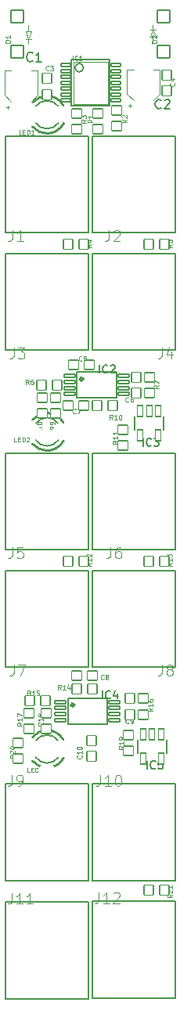
<source format=gbr>
%TF.GenerationSoftware,KiCad,Pcbnew,7.0.5-0*%
%TF.CreationDate,2023-09-10T13:20:23+02:00*%
%TF.ProjectId,links,6c696e6b-732e-46b6-9963-61645f706362,rev?*%
%TF.SameCoordinates,Original*%
%TF.FileFunction,Legend,Top*%
%TF.FilePolarity,Positive*%
%FSLAX46Y46*%
G04 Gerber Fmt 4.6, Leading zero omitted, Abs format (unit mm)*
G04 Created by KiCad (PCBNEW 7.0.5-0) date 2023-09-10 13:20:23*
%MOMM*%
%LPD*%
G01*
G04 APERTURE LIST*
G04 Aperture macros list*
%AMRoundRect*
0 Rectangle with rounded corners*
0 $1 Rounding radius*
0 $2 $3 $4 $5 $6 $7 $8 $9 X,Y pos of 4 corners*
0 Add a 4 corners polygon primitive as box body*
4,1,4,$2,$3,$4,$5,$6,$7,$8,$9,$2,$3,0*
0 Add four circle primitives for the rounded corners*
1,1,$1+$1,$2,$3*
1,1,$1+$1,$4,$5*
1,1,$1+$1,$6,$7*
1,1,$1+$1,$8,$9*
0 Add four rect primitives between the rounded corners*
20,1,$1+$1,$2,$3,$4,$5,0*
20,1,$1+$1,$4,$5,$6,$7,0*
20,1,$1+$1,$6,$7,$8,$9,0*
20,1,$1+$1,$8,$9,$2,$3,0*%
%AMFreePoly0*
4,1,25,0.301485,0.667973,0.306387,0.663482,0.663482,0.306387,0.685510,0.259146,0.685800,0.252505,0.685800,-0.252505,0.667973,-0.301485,0.663482,-0.306387,0.306387,-0.663482,0.259146,-0.685510,0.252505,-0.685800,-0.252505,-0.685800,-0.301485,-0.667973,-0.306387,-0.663482,-0.663482,-0.306387,-0.685510,-0.259146,-0.685800,-0.252505,-0.685800,0.252505,-0.667973,0.301485,-0.663482,0.306387,
-0.306387,0.663482,-0.259146,0.685510,-0.252505,0.685800,0.252505,0.685800,0.301485,0.667973,0.301485,0.667973,$1*%
%AMFreePoly1*
4,1,25,0.417216,0.947373,0.422118,0.942882,0.942882,0.422118,0.964910,0.374877,0.965200,0.368236,0.965200,-0.368236,0.947373,-0.417216,0.942882,-0.422118,0.422118,-0.942882,0.374877,-0.964910,0.368236,-0.965200,-0.368236,-0.965200,-0.417216,-0.947373,-0.422118,-0.942882,-0.942882,-0.422118,-0.964910,-0.374877,-0.965200,-0.368236,-0.965200,0.368236,-0.947373,0.417216,-0.942882,0.422118,
-0.422118,0.942882,-0.374877,0.964910,-0.368236,0.965200,0.368236,0.965200,0.417216,0.947373,0.417216,0.947373,$1*%
%AMFreePoly2*
4,1,25,0.438258,0.998173,0.443160,0.993682,0.993682,0.443160,1.015710,0.395919,1.016000,0.389278,1.016000,-0.389278,0.998173,-0.438258,0.993682,-0.443160,0.443160,-0.993682,0.395919,-1.015710,0.389278,-1.016000,-0.389278,-1.016000,-0.438258,-0.998173,-0.443160,-0.993682,-0.993682,-0.443160,-1.015710,-0.395919,-1.016000,-0.389278,-1.016000,0.389278,-0.998173,0.438258,-0.993682,0.443160,
-0.443160,0.993682,-0.395919,1.015710,-0.389278,1.016000,0.389278,1.016000,0.438258,0.998173,0.438258,0.998173,$1*%
G04 Aperture macros list end*
%ADD10C,0.093472*%
%ADD11C,0.150000*%
%ADD12C,0.171450*%
%ADD13C,0.114300*%
%ADD14C,0.175260*%
%ADD15C,0.118110*%
%ADD16C,0.163576*%
%ADD17C,0.100000*%
%ADD18C,0.120000*%
%ADD19C,0.152400*%
%ADD20C,0.254000*%
%ADD21C,0.127000*%
%ADD22C,0.203200*%
%ADD23C,0.325000*%
%ADD24C,0.050800*%
%ADD25RoundRect,0.076200X0.700000X-0.700000X0.700000X0.700000X-0.700000X0.700000X-0.700000X-0.700000X0*%
%ADD26RoundRect,0.076200X-0.700000X0.700000X-0.700000X-0.700000X0.700000X-0.700000X0.700000X0.700000X0*%
%ADD27R,1.600000X2.200000*%
%ADD28RoundRect,0.076200X0.500000X0.550000X-0.500000X0.550000X-0.500000X-0.550000X0.500000X-0.550000X0*%
%ADD29RoundRect,0.076200X0.550000X0.500000X-0.550000X0.500000X-0.550000X-0.500000X0.550000X-0.500000X0*%
%ADD30RoundRect,0.076200X0.300000X0.600000X-0.300000X0.600000X-0.300000X-0.600000X0.300000X-0.600000X0*%
%ADD31FreePoly0,180.000000*%
%ADD32RoundRect,0.076200X0.500000X-0.550000X0.500000X0.550000X-0.500000X0.550000X-0.500000X-0.550000X0*%
%ADD33RoundRect,0.076200X-0.550000X0.500000X-0.550000X-0.500000X0.550000X-0.500000X0.550000X0.500000X0*%
%ADD34RoundRect,0.076200X-0.500000X-0.550000X0.500000X-0.550000X0.500000X0.550000X-0.500000X0.550000X0*%
%ADD35C,2.200000*%
%ADD36FreePoly1,180.000000*%
%ADD37RoundRect,0.076200X0.550000X-0.500000X0.550000X0.500000X-0.550000X0.500000X-0.550000X-0.500000X0*%
%ADD38RoundRect,0.076200X-0.600000X0.175000X-0.600000X-0.175000X0.600000X-0.175000X0.600000X0.175000X0*%
%ADD39FreePoly1,0.000000*%
%ADD40RoundRect,0.076200X-0.495300X0.152400X-0.495300X-0.152400X0.495300X-0.152400X0.495300X0.152400X0*%
%ADD41FreePoly2,0.000000*%
G04 APERTURE END LIST*
D10*
%TO.C,D1*%
X139807610Y-55516168D02*
X139291482Y-55516168D01*
X139291482Y-55516168D02*
X139291482Y-55393280D01*
X139291482Y-55393280D02*
X139316060Y-55319548D01*
X139316060Y-55319548D02*
X139365215Y-55270393D01*
X139365215Y-55270393D02*
X139414370Y-55245815D01*
X139414370Y-55245815D02*
X139512680Y-55221238D01*
X139512680Y-55221238D02*
X139586412Y-55221238D01*
X139586412Y-55221238D02*
X139684722Y-55245815D01*
X139684722Y-55245815D02*
X139733877Y-55270393D01*
X139733877Y-55270393D02*
X139783033Y-55319548D01*
X139783033Y-55319548D02*
X139807610Y-55393280D01*
X139807610Y-55393280D02*
X139807610Y-55516168D01*
X139807610Y-54729687D02*
X139807610Y-55024617D01*
X139807610Y-54877152D02*
X139291482Y-54877152D01*
X139291482Y-54877152D02*
X139365215Y-54926307D01*
X139365215Y-54926307D02*
X139414370Y-54975462D01*
X139414370Y-54975462D02*
X139438947Y-55024617D01*
%TO.C,D2*%
X155682510Y-55515868D02*
X155166382Y-55515868D01*
X155166382Y-55515868D02*
X155166382Y-55392980D01*
X155166382Y-55392980D02*
X155190960Y-55319248D01*
X155190960Y-55319248D02*
X155240115Y-55270093D01*
X155240115Y-55270093D02*
X155289270Y-55245515D01*
X155289270Y-55245515D02*
X155387580Y-55220938D01*
X155387580Y-55220938D02*
X155461312Y-55220938D01*
X155461312Y-55220938D02*
X155559622Y-55245515D01*
X155559622Y-55245515D02*
X155608777Y-55270093D01*
X155608777Y-55270093D02*
X155657933Y-55319248D01*
X155657933Y-55319248D02*
X155682510Y-55392980D01*
X155682510Y-55392980D02*
X155682510Y-55515868D01*
X155215537Y-55024317D02*
X155190960Y-54999740D01*
X155190960Y-54999740D02*
X155166382Y-54950585D01*
X155166382Y-54950585D02*
X155166382Y-54827697D01*
X155166382Y-54827697D02*
X155190960Y-54778542D01*
X155190960Y-54778542D02*
X155215537Y-54753965D01*
X155215537Y-54753965D02*
X155264692Y-54729387D01*
X155264692Y-54729387D02*
X155313847Y-54729387D01*
X155313847Y-54729387D02*
X155387580Y-54753965D01*
X155387580Y-54753965D02*
X155682510Y-55048895D01*
X155682510Y-55048895D02*
X155682510Y-54729387D01*
D11*
%TO.C,C1*%
X142233333Y-57459580D02*
X142185714Y-57507200D01*
X142185714Y-57507200D02*
X142042857Y-57554819D01*
X142042857Y-57554819D02*
X141947619Y-57554819D01*
X141947619Y-57554819D02*
X141804762Y-57507200D01*
X141804762Y-57507200D02*
X141709524Y-57411961D01*
X141709524Y-57411961D02*
X141661905Y-57316723D01*
X141661905Y-57316723D02*
X141614286Y-57126247D01*
X141614286Y-57126247D02*
X141614286Y-56983390D01*
X141614286Y-56983390D02*
X141661905Y-56792914D01*
X141661905Y-56792914D02*
X141709524Y-56697676D01*
X141709524Y-56697676D02*
X141804762Y-56602438D01*
X141804762Y-56602438D02*
X141947619Y-56554819D01*
X141947619Y-56554819D02*
X142042857Y-56554819D01*
X142042857Y-56554819D02*
X142185714Y-56602438D01*
X142185714Y-56602438D02*
X142233333Y-56650057D01*
X143185714Y-57554819D02*
X142614286Y-57554819D01*
X142900000Y-57554819D02*
X142900000Y-56554819D01*
X142900000Y-56554819D02*
X142804762Y-56697676D01*
X142804762Y-56697676D02*
X142709524Y-56792914D01*
X142709524Y-56792914D02*
X142614286Y-56840533D01*
D10*
%TO.C,R21*%
X157317610Y-147659654D02*
X157071835Y-147831696D01*
X157317610Y-147954584D02*
X156801482Y-147954584D01*
X156801482Y-147954584D02*
X156801482Y-147757964D01*
X156801482Y-147757964D02*
X156826060Y-147708809D01*
X156826060Y-147708809D02*
X156850637Y-147684231D01*
X156850637Y-147684231D02*
X156899792Y-147659654D01*
X156899792Y-147659654D02*
X156973525Y-147659654D01*
X156973525Y-147659654D02*
X157022680Y-147684231D01*
X157022680Y-147684231D02*
X157047257Y-147708809D01*
X157047257Y-147708809D02*
X157071835Y-147757964D01*
X157071835Y-147757964D02*
X157071835Y-147954584D01*
X156850637Y-147463033D02*
X156826060Y-147438456D01*
X156826060Y-147438456D02*
X156801482Y-147389301D01*
X156801482Y-147389301D02*
X156801482Y-147266413D01*
X156801482Y-147266413D02*
X156826060Y-147217258D01*
X156826060Y-147217258D02*
X156850637Y-147192681D01*
X156850637Y-147192681D02*
X156899792Y-147168103D01*
X156899792Y-147168103D02*
X156948947Y-147168103D01*
X156948947Y-147168103D02*
X157022680Y-147192681D01*
X157022680Y-147192681D02*
X157317610Y-147487611D01*
X157317610Y-147487611D02*
X157317610Y-147168103D01*
X157317610Y-146676553D02*
X157317610Y-146971483D01*
X157317610Y-146824018D02*
X156801482Y-146824018D01*
X156801482Y-146824018D02*
X156875215Y-146873173D01*
X156875215Y-146873173D02*
X156924370Y-146922328D01*
X156924370Y-146922328D02*
X156948947Y-146971483D01*
%TO.C,C7*%
X146907245Y-95584005D02*
X146882668Y-95608583D01*
X146882668Y-95608583D02*
X146808935Y-95633160D01*
X146808935Y-95633160D02*
X146759780Y-95633160D01*
X146759780Y-95633160D02*
X146686048Y-95608583D01*
X146686048Y-95608583D02*
X146636893Y-95559427D01*
X146636893Y-95559427D02*
X146612315Y-95510272D01*
X146612315Y-95510272D02*
X146587738Y-95411962D01*
X146587738Y-95411962D02*
X146587738Y-95338230D01*
X146587738Y-95338230D02*
X146612315Y-95239920D01*
X146612315Y-95239920D02*
X146636893Y-95190765D01*
X146636893Y-95190765D02*
X146686048Y-95141610D01*
X146686048Y-95141610D02*
X146759780Y-95117032D01*
X146759780Y-95117032D02*
X146808935Y-95117032D01*
X146808935Y-95117032D02*
X146882668Y-95141610D01*
X146882668Y-95141610D02*
X146907245Y-95166187D01*
X147079288Y-95117032D02*
X147423373Y-95117032D01*
X147423373Y-95117032D02*
X147202176Y-95633160D01*
D12*
%TO.C,IC3*%
X154200137Y-99146439D02*
X154200137Y-98301889D01*
X155084904Y-99066006D02*
X155044687Y-99106223D01*
X155044687Y-99106223D02*
X154924037Y-99146439D01*
X154924037Y-99146439D02*
X154843604Y-99146439D01*
X154843604Y-99146439D02*
X154722954Y-99106223D01*
X154722954Y-99106223D02*
X154642521Y-99025789D01*
X154642521Y-99025789D02*
X154602304Y-98945356D01*
X154602304Y-98945356D02*
X154562087Y-98784489D01*
X154562087Y-98784489D02*
X154562087Y-98663839D01*
X154562087Y-98663839D02*
X154602304Y-98502973D01*
X154602304Y-98502973D02*
X154642521Y-98422539D01*
X154642521Y-98422539D02*
X154722954Y-98342106D01*
X154722954Y-98342106D02*
X154843604Y-98301889D01*
X154843604Y-98301889D02*
X154924037Y-98301889D01*
X154924037Y-98301889D02*
X155044687Y-98342106D01*
X155044687Y-98342106D02*
X155084904Y-98382323D01*
X155366421Y-98301889D02*
X155889237Y-98301889D01*
X155889237Y-98301889D02*
X155607721Y-98623623D01*
X155607721Y-98623623D02*
X155728371Y-98623623D01*
X155728371Y-98623623D02*
X155808804Y-98663839D01*
X155808804Y-98663839D02*
X155849021Y-98704056D01*
X155849021Y-98704056D02*
X155889237Y-98784489D01*
X155889237Y-98784489D02*
X155889237Y-98985573D01*
X155889237Y-98985573D02*
X155849021Y-99066006D01*
X155849021Y-99066006D02*
X155808804Y-99106223D01*
X155808804Y-99106223D02*
X155728371Y-99146439D01*
X155728371Y-99146439D02*
X155487071Y-99146439D01*
X155487071Y-99146439D02*
X155406637Y-99106223D01*
X155406637Y-99106223D02*
X155366421Y-99066006D01*
D13*
%TO.C,LED2*%
X140516288Y-98680391D02*
X140280431Y-98680391D01*
X140280431Y-98680391D02*
X140280431Y-98185091D01*
X140681388Y-98420948D02*
X140846488Y-98420948D01*
X140917245Y-98680391D02*
X140681388Y-98680391D01*
X140681388Y-98680391D02*
X140681388Y-98185091D01*
X140681388Y-98185091D02*
X140917245Y-98185091D01*
X141129517Y-98680391D02*
X141129517Y-98185091D01*
X141129517Y-98185091D02*
X141247446Y-98185091D01*
X141247446Y-98185091D02*
X141318203Y-98208677D01*
X141318203Y-98208677D02*
X141365374Y-98255848D01*
X141365374Y-98255848D02*
X141388960Y-98303020D01*
X141388960Y-98303020D02*
X141412546Y-98397363D01*
X141412546Y-98397363D02*
X141412546Y-98468120D01*
X141412546Y-98468120D02*
X141388960Y-98562463D01*
X141388960Y-98562463D02*
X141365374Y-98609634D01*
X141365374Y-98609634D02*
X141318203Y-98656806D01*
X141318203Y-98656806D02*
X141247446Y-98680391D01*
X141247446Y-98680391D02*
X141129517Y-98680391D01*
X141601231Y-98232263D02*
X141624817Y-98208677D01*
X141624817Y-98208677D02*
X141671989Y-98185091D01*
X141671989Y-98185091D02*
X141789917Y-98185091D01*
X141789917Y-98185091D02*
X141837089Y-98208677D01*
X141837089Y-98208677D02*
X141860674Y-98232263D01*
X141860674Y-98232263D02*
X141884260Y-98279434D01*
X141884260Y-98279434D02*
X141884260Y-98326606D01*
X141884260Y-98326606D02*
X141860674Y-98397363D01*
X141860674Y-98397363D02*
X141577646Y-98680391D01*
X141577646Y-98680391D02*
X141884260Y-98680391D01*
D10*
%TO.C,C10*%
X147514755Y-132625404D02*
X147539333Y-132649981D01*
X147539333Y-132649981D02*
X147563910Y-132723714D01*
X147563910Y-132723714D02*
X147563910Y-132772869D01*
X147563910Y-132772869D02*
X147539333Y-132846601D01*
X147539333Y-132846601D02*
X147490177Y-132895756D01*
X147490177Y-132895756D02*
X147441022Y-132920334D01*
X147441022Y-132920334D02*
X147342712Y-132944911D01*
X147342712Y-132944911D02*
X147268980Y-132944911D01*
X147268980Y-132944911D02*
X147170670Y-132920334D01*
X147170670Y-132920334D02*
X147121515Y-132895756D01*
X147121515Y-132895756D02*
X147072360Y-132846601D01*
X147072360Y-132846601D02*
X147047782Y-132772869D01*
X147047782Y-132772869D02*
X147047782Y-132723714D01*
X147047782Y-132723714D02*
X147072360Y-132649981D01*
X147072360Y-132649981D02*
X147096937Y-132625404D01*
X147563910Y-132133853D02*
X147563910Y-132428783D01*
X147563910Y-132281318D02*
X147047782Y-132281318D01*
X147047782Y-132281318D02*
X147121515Y-132330473D01*
X147121515Y-132330473D02*
X147170670Y-132379628D01*
X147170670Y-132379628D02*
X147195247Y-132428783D01*
X147047782Y-131814346D02*
X147047782Y-131765191D01*
X147047782Y-131765191D02*
X147072360Y-131716036D01*
X147072360Y-131716036D02*
X147096937Y-131691458D01*
X147096937Y-131691458D02*
X147146092Y-131666881D01*
X147146092Y-131666881D02*
X147244402Y-131642303D01*
X147244402Y-131642303D02*
X147367290Y-131642303D01*
X147367290Y-131642303D02*
X147465600Y-131666881D01*
X147465600Y-131666881D02*
X147514755Y-131691458D01*
X147514755Y-131691458D02*
X147539333Y-131716036D01*
X147539333Y-131716036D02*
X147563910Y-131765191D01*
X147563910Y-131765191D02*
X147563910Y-131814346D01*
X147563910Y-131814346D02*
X147539333Y-131863501D01*
X147539333Y-131863501D02*
X147514755Y-131888078D01*
X147514755Y-131888078D02*
X147465600Y-131912656D01*
X147465600Y-131912656D02*
X147367290Y-131937233D01*
X147367290Y-131937233D02*
X147244402Y-131937233D01*
X147244402Y-131937233D02*
X147146092Y-131912656D01*
X147146092Y-131912656D02*
X147096937Y-131888078D01*
X147096937Y-131888078D02*
X147072360Y-131863501D01*
X147072360Y-131863501D02*
X147047782Y-131814346D01*
D11*
%TO.C,C2*%
X156133333Y-62559580D02*
X156085714Y-62607200D01*
X156085714Y-62607200D02*
X155942857Y-62654819D01*
X155942857Y-62654819D02*
X155847619Y-62654819D01*
X155847619Y-62654819D02*
X155704762Y-62607200D01*
X155704762Y-62607200D02*
X155609524Y-62511961D01*
X155609524Y-62511961D02*
X155561905Y-62416723D01*
X155561905Y-62416723D02*
X155514286Y-62226247D01*
X155514286Y-62226247D02*
X155514286Y-62083390D01*
X155514286Y-62083390D02*
X155561905Y-61892914D01*
X155561905Y-61892914D02*
X155609524Y-61797676D01*
X155609524Y-61797676D02*
X155704762Y-61702438D01*
X155704762Y-61702438D02*
X155847619Y-61654819D01*
X155847619Y-61654819D02*
X155942857Y-61654819D01*
X155942857Y-61654819D02*
X156085714Y-61702438D01*
X156085714Y-61702438D02*
X156133333Y-61750057D01*
X156514286Y-61750057D02*
X156561905Y-61702438D01*
X156561905Y-61702438D02*
X156657143Y-61654819D01*
X156657143Y-61654819D02*
X156895238Y-61654819D01*
X156895238Y-61654819D02*
X156990476Y-61702438D01*
X156990476Y-61702438D02*
X157038095Y-61750057D01*
X157038095Y-61750057D02*
X157085714Y-61845295D01*
X157085714Y-61845295D02*
X157085714Y-61940533D01*
X157085714Y-61940533D02*
X157038095Y-62083390D01*
X157038095Y-62083390D02*
X156466667Y-62654819D01*
X156466667Y-62654819D02*
X157085714Y-62654819D01*
D10*
%TO.C,C6*%
X152622245Y-94314005D02*
X152597668Y-94338583D01*
X152597668Y-94338583D02*
X152523935Y-94363160D01*
X152523935Y-94363160D02*
X152474780Y-94363160D01*
X152474780Y-94363160D02*
X152401048Y-94338583D01*
X152401048Y-94338583D02*
X152351893Y-94289427D01*
X152351893Y-94289427D02*
X152327315Y-94240272D01*
X152327315Y-94240272D02*
X152302738Y-94141962D01*
X152302738Y-94141962D02*
X152302738Y-94068230D01*
X152302738Y-94068230D02*
X152327315Y-93969920D01*
X152327315Y-93969920D02*
X152351893Y-93920765D01*
X152351893Y-93920765D02*
X152401048Y-93871610D01*
X152401048Y-93871610D02*
X152474780Y-93847032D01*
X152474780Y-93847032D02*
X152523935Y-93847032D01*
X152523935Y-93847032D02*
X152597668Y-93871610D01*
X152597668Y-93871610D02*
X152622245Y-93896187D01*
X153064641Y-93847032D02*
X152966331Y-93847032D01*
X152966331Y-93847032D02*
X152917176Y-93871610D01*
X152917176Y-93871610D02*
X152892598Y-93896187D01*
X152892598Y-93896187D02*
X152843443Y-93969920D01*
X152843443Y-93969920D02*
X152818866Y-94068230D01*
X152818866Y-94068230D02*
X152818866Y-94264850D01*
X152818866Y-94264850D02*
X152843443Y-94314005D01*
X152843443Y-94314005D02*
X152868021Y-94338583D01*
X152868021Y-94338583D02*
X152917176Y-94363160D01*
X152917176Y-94363160D02*
X153015486Y-94363160D01*
X153015486Y-94363160D02*
X153064641Y-94338583D01*
X153064641Y-94338583D02*
X153089218Y-94314005D01*
X153089218Y-94314005D02*
X153113796Y-94264850D01*
X153113796Y-94264850D02*
X153113796Y-94141962D01*
X153113796Y-94141962D02*
X153089218Y-94092807D01*
X153089218Y-94092807D02*
X153064641Y-94068230D01*
X153064641Y-94068230D02*
X153015486Y-94043652D01*
X153015486Y-94043652D02*
X152917176Y-94043652D01*
X152917176Y-94043652D02*
X152868021Y-94068230D01*
X152868021Y-94068230D02*
X152843443Y-94092807D01*
X152843443Y-94092807D02*
X152818866Y-94141962D01*
%TO.C,R3*%
X148027610Y-63857554D02*
X147781835Y-64029596D01*
X148027610Y-64152484D02*
X147511482Y-64152484D01*
X147511482Y-64152484D02*
X147511482Y-63955864D01*
X147511482Y-63955864D02*
X147536060Y-63906709D01*
X147536060Y-63906709D02*
X147560637Y-63882131D01*
X147560637Y-63882131D02*
X147609792Y-63857554D01*
X147609792Y-63857554D02*
X147683525Y-63857554D01*
X147683525Y-63857554D02*
X147732680Y-63882131D01*
X147732680Y-63882131D02*
X147757257Y-63906709D01*
X147757257Y-63906709D02*
X147781835Y-63955864D01*
X147781835Y-63955864D02*
X147781835Y-64152484D01*
X147511482Y-63685511D02*
X147511482Y-63366003D01*
X147511482Y-63366003D02*
X147708102Y-63538046D01*
X147708102Y-63538046D02*
X147708102Y-63464313D01*
X147708102Y-63464313D02*
X147732680Y-63415158D01*
X147732680Y-63415158D02*
X147757257Y-63390581D01*
X147757257Y-63390581D02*
X147806412Y-63366003D01*
X147806412Y-63366003D02*
X147929300Y-63366003D01*
X147929300Y-63366003D02*
X147978455Y-63390581D01*
X147978455Y-63390581D02*
X148003033Y-63415158D01*
X148003033Y-63415158D02*
X148027610Y-63464313D01*
X148027610Y-63464313D02*
X148027610Y-63611778D01*
X148027610Y-63611778D02*
X148003033Y-63660933D01*
X148003033Y-63660933D02*
X147978455Y-63685511D01*
%TO.C,R14*%
X145304495Y-125478160D02*
X145132453Y-125232385D01*
X145009565Y-125478160D02*
X145009565Y-124962032D01*
X145009565Y-124962032D02*
X145206185Y-124962032D01*
X145206185Y-124962032D02*
X145255340Y-124986610D01*
X145255340Y-124986610D02*
X145279918Y-125011187D01*
X145279918Y-125011187D02*
X145304495Y-125060342D01*
X145304495Y-125060342D02*
X145304495Y-125134075D01*
X145304495Y-125134075D02*
X145279918Y-125183230D01*
X145279918Y-125183230D02*
X145255340Y-125207807D01*
X145255340Y-125207807D02*
X145206185Y-125232385D01*
X145206185Y-125232385D02*
X145009565Y-125232385D01*
X145796046Y-125478160D02*
X145501116Y-125478160D01*
X145648581Y-125478160D02*
X145648581Y-124962032D01*
X145648581Y-124962032D02*
X145599426Y-125035765D01*
X145599426Y-125035765D02*
X145550271Y-125084920D01*
X145550271Y-125084920D02*
X145501116Y-125109497D01*
X146238441Y-125134075D02*
X146238441Y-125478160D01*
X146115553Y-124937455D02*
X145992666Y-125306117D01*
X145992666Y-125306117D02*
X146312173Y-125306117D01*
%TO.C,R5*%
X157317510Y-77318004D02*
X157071735Y-77490046D01*
X157317510Y-77612934D02*
X156801382Y-77612934D01*
X156801382Y-77612934D02*
X156801382Y-77416314D01*
X156801382Y-77416314D02*
X156825960Y-77367159D01*
X156825960Y-77367159D02*
X156850537Y-77342581D01*
X156850537Y-77342581D02*
X156899692Y-77318004D01*
X156899692Y-77318004D02*
X156973425Y-77318004D01*
X156973425Y-77318004D02*
X157022580Y-77342581D01*
X157022580Y-77342581D02*
X157047157Y-77367159D01*
X157047157Y-77367159D02*
X157071735Y-77416314D01*
X157071735Y-77416314D02*
X157071735Y-77612934D01*
X156801382Y-76851031D02*
X156801382Y-77096806D01*
X156801382Y-77096806D02*
X157047157Y-77121383D01*
X157047157Y-77121383D02*
X157022580Y-77096806D01*
X157022580Y-77096806D02*
X156998002Y-77047651D01*
X156998002Y-77047651D02*
X156998002Y-76924763D01*
X156998002Y-76924763D02*
X157022580Y-76875608D01*
X157022580Y-76875608D02*
X157047157Y-76851031D01*
X157047157Y-76851031D02*
X157096312Y-76826453D01*
X157096312Y-76826453D02*
X157219200Y-76826453D01*
X157219200Y-76826453D02*
X157268355Y-76851031D01*
X157268355Y-76851031D02*
X157292933Y-76875608D01*
X157292933Y-76875608D02*
X157317510Y-76924763D01*
X157317510Y-76924763D02*
X157317510Y-77047651D01*
X157317510Y-77047651D02*
X157292933Y-77096806D01*
X157292933Y-77096806D02*
X157268355Y-77121383D01*
%TO.C,R15*%
X142005311Y-126113160D02*
X141833269Y-125867385D01*
X141710381Y-126113160D02*
X141710381Y-125597032D01*
X141710381Y-125597032D02*
X141907001Y-125597032D01*
X141907001Y-125597032D02*
X141956156Y-125621610D01*
X141956156Y-125621610D02*
X141980734Y-125646187D01*
X141980734Y-125646187D02*
X142005311Y-125695342D01*
X142005311Y-125695342D02*
X142005311Y-125769075D01*
X142005311Y-125769075D02*
X141980734Y-125818230D01*
X141980734Y-125818230D02*
X141956156Y-125842807D01*
X141956156Y-125842807D02*
X141907001Y-125867385D01*
X141907001Y-125867385D02*
X141710381Y-125867385D01*
X142496862Y-126113160D02*
X142201932Y-126113160D01*
X142349397Y-126113160D02*
X142349397Y-125597032D01*
X142349397Y-125597032D02*
X142300242Y-125670765D01*
X142300242Y-125670765D02*
X142251087Y-125719920D01*
X142251087Y-125719920D02*
X142201932Y-125744497D01*
X142963834Y-125597032D02*
X142718059Y-125597032D01*
X142718059Y-125597032D02*
X142693482Y-125842807D01*
X142693482Y-125842807D02*
X142718059Y-125818230D01*
X142718059Y-125818230D02*
X142767214Y-125793652D01*
X142767214Y-125793652D02*
X142890102Y-125793652D01*
X142890102Y-125793652D02*
X142939257Y-125818230D01*
X142939257Y-125818230D02*
X142963834Y-125842807D01*
X142963834Y-125842807D02*
X142988412Y-125891962D01*
X142988412Y-125891962D02*
X142988412Y-126014850D01*
X142988412Y-126014850D02*
X142963834Y-126064005D01*
X142963834Y-126064005D02*
X142939257Y-126088583D01*
X142939257Y-126088583D02*
X142890102Y-126113160D01*
X142890102Y-126113160D02*
X142767214Y-126113160D01*
X142767214Y-126113160D02*
X142718059Y-126088583D01*
X142718059Y-126088583D02*
X142693482Y-126064005D01*
%TO.C,J10*%
X149530870Y-134688346D02*
X149530870Y-135528723D01*
X149530870Y-135528723D02*
X149474845Y-135696798D01*
X149474845Y-135696798D02*
X149362795Y-135808849D01*
X149362795Y-135808849D02*
X149194719Y-135864874D01*
X149194719Y-135864874D02*
X149082669Y-135864874D01*
X150707398Y-135864874D02*
X150035096Y-135864874D01*
X150371247Y-135864874D02*
X150371247Y-134688346D01*
X150371247Y-134688346D02*
X150259197Y-134856421D01*
X150259197Y-134856421D02*
X150147146Y-134968471D01*
X150147146Y-134968471D02*
X150035096Y-135024497D01*
X151435725Y-134688346D02*
X151547775Y-134688346D01*
X151547775Y-134688346D02*
X151659825Y-134744371D01*
X151659825Y-134744371D02*
X151715851Y-134800396D01*
X151715851Y-134800396D02*
X151771876Y-134912446D01*
X151771876Y-134912446D02*
X151827901Y-135136547D01*
X151827901Y-135136547D02*
X151827901Y-135416673D01*
X151827901Y-135416673D02*
X151771876Y-135640773D01*
X151771876Y-135640773D02*
X151715851Y-135752823D01*
X151715851Y-135752823D02*
X151659825Y-135808849D01*
X151659825Y-135808849D02*
X151547775Y-135864874D01*
X151547775Y-135864874D02*
X151435725Y-135864874D01*
X151435725Y-135864874D02*
X151323675Y-135808849D01*
X151323675Y-135808849D02*
X151267649Y-135752823D01*
X151267649Y-135752823D02*
X151211624Y-135640773D01*
X151211624Y-135640773D02*
X151155599Y-135416673D01*
X151155599Y-135416673D02*
X151155599Y-135136547D01*
X151155599Y-135136547D02*
X151211624Y-134912446D01*
X151211624Y-134912446D02*
X151267649Y-134800396D01*
X151267649Y-134800396D02*
X151323675Y-134744371D01*
X151323675Y-134744371D02*
X151435725Y-134688346D01*
D13*
%TO.C,LED3*%
X141945088Y-134409191D02*
X141709231Y-134409191D01*
X141709231Y-134409191D02*
X141709231Y-133913891D01*
X142110188Y-134149748D02*
X142275288Y-134149748D01*
X142346045Y-134409191D02*
X142110188Y-134409191D01*
X142110188Y-134409191D02*
X142110188Y-133913891D01*
X142110188Y-133913891D02*
X142346045Y-133913891D01*
X142558317Y-134409191D02*
X142558317Y-133913891D01*
X142558317Y-133913891D02*
X142676246Y-133913891D01*
X142676246Y-133913891D02*
X142747003Y-133937477D01*
X142747003Y-133937477D02*
X142794174Y-133984648D01*
X142794174Y-133984648D02*
X142817760Y-134031820D01*
X142817760Y-134031820D02*
X142841346Y-134126163D01*
X142841346Y-134126163D02*
X142841346Y-134196920D01*
X142841346Y-134196920D02*
X142817760Y-134291263D01*
X142817760Y-134291263D02*
X142794174Y-134338434D01*
X142794174Y-134338434D02*
X142747003Y-134385606D01*
X142747003Y-134385606D02*
X142676246Y-134409191D01*
X142676246Y-134409191D02*
X142558317Y-134409191D01*
X143006446Y-133913891D02*
X143313060Y-133913891D01*
X143313060Y-133913891D02*
X143147960Y-134102577D01*
X143147960Y-134102577D02*
X143218717Y-134102577D01*
X143218717Y-134102577D02*
X143265889Y-134126163D01*
X143265889Y-134126163D02*
X143289474Y-134149748D01*
X143289474Y-134149748D02*
X143313060Y-134196920D01*
X143313060Y-134196920D02*
X143313060Y-134314848D01*
X143313060Y-134314848D02*
X143289474Y-134362020D01*
X143289474Y-134362020D02*
X143265889Y-134385606D01*
X143265889Y-134385606D02*
X143218717Y-134409191D01*
X143218717Y-134409191D02*
X143077203Y-134409191D01*
X143077203Y-134409191D02*
X143030031Y-134385606D01*
X143030031Y-134385606D02*
X143006446Y-134362020D01*
D10*
%TO.C,R7*%
X155888810Y-92558004D02*
X155643035Y-92730046D01*
X155888810Y-92852934D02*
X155372682Y-92852934D01*
X155372682Y-92852934D02*
X155372682Y-92656314D01*
X155372682Y-92656314D02*
X155397260Y-92607159D01*
X155397260Y-92607159D02*
X155421837Y-92582581D01*
X155421837Y-92582581D02*
X155470992Y-92558004D01*
X155470992Y-92558004D02*
X155544725Y-92558004D01*
X155544725Y-92558004D02*
X155593880Y-92582581D01*
X155593880Y-92582581D02*
X155618457Y-92607159D01*
X155618457Y-92607159D02*
X155643035Y-92656314D01*
X155643035Y-92656314D02*
X155643035Y-92852934D01*
X155372682Y-92385961D02*
X155372682Y-92041876D01*
X155372682Y-92041876D02*
X155888810Y-92263073D01*
%TO.C,C4*%
X157585955Y-59855604D02*
X157610533Y-59880181D01*
X157610533Y-59880181D02*
X157635110Y-59953914D01*
X157635110Y-59953914D02*
X157635110Y-60003069D01*
X157635110Y-60003069D02*
X157610533Y-60076801D01*
X157610533Y-60076801D02*
X157561377Y-60125956D01*
X157561377Y-60125956D02*
X157512222Y-60150534D01*
X157512222Y-60150534D02*
X157413912Y-60175111D01*
X157413912Y-60175111D02*
X157340180Y-60175111D01*
X157340180Y-60175111D02*
X157241870Y-60150534D01*
X157241870Y-60150534D02*
X157192715Y-60125956D01*
X157192715Y-60125956D02*
X157143560Y-60076801D01*
X157143560Y-60076801D02*
X157118982Y-60003069D01*
X157118982Y-60003069D02*
X157118982Y-59953914D01*
X157118982Y-59953914D02*
X157143560Y-59880181D01*
X157143560Y-59880181D02*
X157168137Y-59855604D01*
X157291025Y-59413208D02*
X157635110Y-59413208D01*
X157094405Y-59536096D02*
X157463067Y-59658983D01*
X157463067Y-59658983D02*
X157463067Y-59339476D01*
%TO.C,C5*%
X147561611Y-89868805D02*
X147537034Y-89893383D01*
X147537034Y-89893383D02*
X147463301Y-89917960D01*
X147463301Y-89917960D02*
X147414146Y-89917960D01*
X147414146Y-89917960D02*
X147340414Y-89893383D01*
X147340414Y-89893383D02*
X147291259Y-89844227D01*
X147291259Y-89844227D02*
X147266681Y-89795072D01*
X147266681Y-89795072D02*
X147242104Y-89696762D01*
X147242104Y-89696762D02*
X147242104Y-89623030D01*
X147242104Y-89623030D02*
X147266681Y-89524720D01*
X147266681Y-89524720D02*
X147291259Y-89475565D01*
X147291259Y-89475565D02*
X147340414Y-89426410D01*
X147340414Y-89426410D02*
X147414146Y-89401832D01*
X147414146Y-89401832D02*
X147463301Y-89401832D01*
X147463301Y-89401832D02*
X147537034Y-89426410D01*
X147537034Y-89426410D02*
X147561611Y-89450987D01*
X148028584Y-89401832D02*
X147782809Y-89401832D01*
X147782809Y-89401832D02*
X147758232Y-89647607D01*
X147758232Y-89647607D02*
X147782809Y-89623030D01*
X147782809Y-89623030D02*
X147831964Y-89598452D01*
X147831964Y-89598452D02*
X147954852Y-89598452D01*
X147954852Y-89598452D02*
X148004007Y-89623030D01*
X148004007Y-89623030D02*
X148028584Y-89647607D01*
X148028584Y-89647607D02*
X148053162Y-89696762D01*
X148053162Y-89696762D02*
X148053162Y-89819650D01*
X148053162Y-89819650D02*
X148028584Y-89868805D01*
X148028584Y-89868805D02*
X148004007Y-89893383D01*
X148004007Y-89893383D02*
X147954852Y-89917960D01*
X147954852Y-89917960D02*
X147831964Y-89917960D01*
X147831964Y-89917960D02*
X147782809Y-89893383D01*
X147782809Y-89893383D02*
X147758232Y-89868805D01*
%TO.C,C3*%
X143979311Y-58484755D02*
X143954734Y-58509333D01*
X143954734Y-58509333D02*
X143881001Y-58533910D01*
X143881001Y-58533910D02*
X143831846Y-58533910D01*
X143831846Y-58533910D02*
X143758114Y-58509333D01*
X143758114Y-58509333D02*
X143708959Y-58460177D01*
X143708959Y-58460177D02*
X143684381Y-58411022D01*
X143684381Y-58411022D02*
X143659804Y-58312712D01*
X143659804Y-58312712D02*
X143659804Y-58238980D01*
X143659804Y-58238980D02*
X143684381Y-58140670D01*
X143684381Y-58140670D02*
X143708959Y-58091515D01*
X143708959Y-58091515D02*
X143758114Y-58042360D01*
X143758114Y-58042360D02*
X143831846Y-58017782D01*
X143831846Y-58017782D02*
X143881001Y-58017782D01*
X143881001Y-58017782D02*
X143954734Y-58042360D01*
X143954734Y-58042360D02*
X143979311Y-58066937D01*
X144151354Y-58017782D02*
X144470862Y-58017782D01*
X144470862Y-58017782D02*
X144298819Y-58214402D01*
X144298819Y-58214402D02*
X144372552Y-58214402D01*
X144372552Y-58214402D02*
X144421707Y-58238980D01*
X144421707Y-58238980D02*
X144446284Y-58263557D01*
X144446284Y-58263557D02*
X144470862Y-58312712D01*
X144470862Y-58312712D02*
X144470862Y-58435600D01*
X144470862Y-58435600D02*
X144446284Y-58484755D01*
X144446284Y-58484755D02*
X144421707Y-58509333D01*
X144421707Y-58509333D02*
X144372552Y-58533910D01*
X144372552Y-58533910D02*
X144225087Y-58533910D01*
X144225087Y-58533910D02*
X144175932Y-58509333D01*
X144175932Y-58509333D02*
X144151354Y-58484755D01*
D13*
%TO.C,LED1*%
X141028982Y-65423191D02*
X140793125Y-65423191D01*
X140793125Y-65423191D02*
X140793125Y-64927891D01*
X141194082Y-65163748D02*
X141359182Y-65163748D01*
X141429939Y-65423191D02*
X141194082Y-65423191D01*
X141194082Y-65423191D02*
X141194082Y-64927891D01*
X141194082Y-64927891D02*
X141429939Y-64927891D01*
X141642211Y-65423191D02*
X141642211Y-64927891D01*
X141642211Y-64927891D02*
X141760140Y-64927891D01*
X141760140Y-64927891D02*
X141830897Y-64951477D01*
X141830897Y-64951477D02*
X141878068Y-64998648D01*
X141878068Y-64998648D02*
X141901654Y-65045820D01*
X141901654Y-65045820D02*
X141925240Y-65140163D01*
X141925240Y-65140163D02*
X141925240Y-65210920D01*
X141925240Y-65210920D02*
X141901654Y-65305263D01*
X141901654Y-65305263D02*
X141878068Y-65352434D01*
X141878068Y-65352434D02*
X141830897Y-65399606D01*
X141830897Y-65399606D02*
X141760140Y-65423191D01*
X141760140Y-65423191D02*
X141642211Y-65423191D01*
X142396954Y-65423191D02*
X142113925Y-65423191D01*
X142255440Y-65423191D02*
X142255440Y-64927891D01*
X142255440Y-64927891D02*
X142208268Y-64998648D01*
X142208268Y-64998648D02*
X142161097Y-65045820D01*
X142161097Y-65045820D02*
X142113925Y-65069406D01*
D12*
%TO.C,IC5*%
X154644637Y-134039639D02*
X154644637Y-133195089D01*
X155529404Y-133959206D02*
X155489187Y-133999423D01*
X155489187Y-133999423D02*
X155368537Y-134039639D01*
X155368537Y-134039639D02*
X155288104Y-134039639D01*
X155288104Y-134039639D02*
X155167454Y-133999423D01*
X155167454Y-133999423D02*
X155087021Y-133918989D01*
X155087021Y-133918989D02*
X155046804Y-133838556D01*
X155046804Y-133838556D02*
X155006587Y-133677689D01*
X155006587Y-133677689D02*
X155006587Y-133557039D01*
X155006587Y-133557039D02*
X155046804Y-133396173D01*
X155046804Y-133396173D02*
X155087021Y-133315739D01*
X155087021Y-133315739D02*
X155167454Y-133235306D01*
X155167454Y-133235306D02*
X155288104Y-133195089D01*
X155288104Y-133195089D02*
X155368537Y-133195089D01*
X155368537Y-133195089D02*
X155489187Y-133235306D01*
X155489187Y-133235306D02*
X155529404Y-133275523D01*
X156293521Y-133195089D02*
X155891354Y-133195089D01*
X155891354Y-133195089D02*
X155851137Y-133597256D01*
X155851137Y-133597256D02*
X155891354Y-133557039D01*
X155891354Y-133557039D02*
X155971787Y-133516823D01*
X155971787Y-133516823D02*
X156172871Y-133516823D01*
X156172871Y-133516823D02*
X156253304Y-133557039D01*
X156253304Y-133557039D02*
X156293521Y-133597256D01*
X156293521Y-133597256D02*
X156333737Y-133677689D01*
X156333737Y-133677689D02*
X156333737Y-133878773D01*
X156333737Y-133878773D02*
X156293521Y-133959206D01*
X156293521Y-133959206D02*
X156253304Y-133999423D01*
X156253304Y-133999423D02*
X156172871Y-134039639D01*
X156172871Y-134039639D02*
X155971787Y-134039639D01*
X155971787Y-134039639D02*
X155891354Y-133999423D01*
X155891354Y-133999423D02*
X155851137Y-133959206D01*
D10*
%TO.C,R11*%
X151443710Y-98571238D02*
X151197935Y-98743280D01*
X151443710Y-98866168D02*
X150927582Y-98866168D01*
X150927582Y-98866168D02*
X150927582Y-98669548D01*
X150927582Y-98669548D02*
X150952160Y-98620393D01*
X150952160Y-98620393D02*
X150976737Y-98595815D01*
X150976737Y-98595815D02*
X151025892Y-98571238D01*
X151025892Y-98571238D02*
X151099625Y-98571238D01*
X151099625Y-98571238D02*
X151148780Y-98595815D01*
X151148780Y-98595815D02*
X151173357Y-98620393D01*
X151173357Y-98620393D02*
X151197935Y-98669548D01*
X151197935Y-98669548D02*
X151197935Y-98866168D01*
X151443710Y-98079687D02*
X151443710Y-98374617D01*
X151443710Y-98227152D02*
X150927582Y-98227152D01*
X150927582Y-98227152D02*
X151001315Y-98276307D01*
X151001315Y-98276307D02*
X151050470Y-98325462D01*
X151050470Y-98325462D02*
X151075047Y-98374617D01*
X151443710Y-97588137D02*
X151443710Y-97883067D01*
X151443710Y-97735602D02*
X150927582Y-97735602D01*
X150927582Y-97735602D02*
X151001315Y-97784757D01*
X151001315Y-97784757D02*
X151050470Y-97833912D01*
X151050470Y-97833912D02*
X151075047Y-97883067D01*
%TO.C,C8*%
X149942911Y-124317805D02*
X149918334Y-124342383D01*
X149918334Y-124342383D02*
X149844601Y-124366960D01*
X149844601Y-124366960D02*
X149795446Y-124366960D01*
X149795446Y-124366960D02*
X149721714Y-124342383D01*
X149721714Y-124342383D02*
X149672559Y-124293227D01*
X149672559Y-124293227D02*
X149647981Y-124244072D01*
X149647981Y-124244072D02*
X149623404Y-124145762D01*
X149623404Y-124145762D02*
X149623404Y-124072030D01*
X149623404Y-124072030D02*
X149647981Y-123973720D01*
X149647981Y-123973720D02*
X149672559Y-123924565D01*
X149672559Y-123924565D02*
X149721714Y-123875410D01*
X149721714Y-123875410D02*
X149795446Y-123850832D01*
X149795446Y-123850832D02*
X149844601Y-123850832D01*
X149844601Y-123850832D02*
X149918334Y-123875410D01*
X149918334Y-123875410D02*
X149942911Y-123899987D01*
X150237842Y-124072030D02*
X150188687Y-124047452D01*
X150188687Y-124047452D02*
X150164109Y-124022875D01*
X150164109Y-124022875D02*
X150139532Y-123973720D01*
X150139532Y-123973720D02*
X150139532Y-123949142D01*
X150139532Y-123949142D02*
X150164109Y-123899987D01*
X150164109Y-123899987D02*
X150188687Y-123875410D01*
X150188687Y-123875410D02*
X150237842Y-123850832D01*
X150237842Y-123850832D02*
X150336152Y-123850832D01*
X150336152Y-123850832D02*
X150385307Y-123875410D01*
X150385307Y-123875410D02*
X150409884Y-123899987D01*
X150409884Y-123899987D02*
X150434462Y-123949142D01*
X150434462Y-123949142D02*
X150434462Y-123973720D01*
X150434462Y-123973720D02*
X150409884Y-124022875D01*
X150409884Y-124022875D02*
X150385307Y-124047452D01*
X150385307Y-124047452D02*
X150336152Y-124072030D01*
X150336152Y-124072030D02*
X150237842Y-124072030D01*
X150237842Y-124072030D02*
X150188687Y-124096607D01*
X150188687Y-124096607D02*
X150164109Y-124121185D01*
X150164109Y-124121185D02*
X150139532Y-124170340D01*
X150139532Y-124170340D02*
X150139532Y-124268650D01*
X150139532Y-124268650D02*
X150164109Y-124317805D01*
X150164109Y-124317805D02*
X150188687Y-124342383D01*
X150188687Y-124342383D02*
X150237842Y-124366960D01*
X150237842Y-124366960D02*
X150336152Y-124366960D01*
X150336152Y-124366960D02*
X150385307Y-124342383D01*
X150385307Y-124342383D02*
X150409884Y-124317805D01*
X150409884Y-124317805D02*
X150434462Y-124268650D01*
X150434462Y-124268650D02*
X150434462Y-124170340D01*
X150434462Y-124170340D02*
X150409884Y-124121185D01*
X150409884Y-124121185D02*
X150385307Y-124096607D01*
X150385307Y-124096607D02*
X150336152Y-124072030D01*
%TO.C,R6*%
X141827245Y-92458160D02*
X141655203Y-92212385D01*
X141532315Y-92458160D02*
X141532315Y-91942032D01*
X141532315Y-91942032D02*
X141728935Y-91942032D01*
X141728935Y-91942032D02*
X141778090Y-91966610D01*
X141778090Y-91966610D02*
X141802668Y-91991187D01*
X141802668Y-91991187D02*
X141827245Y-92040342D01*
X141827245Y-92040342D02*
X141827245Y-92114075D01*
X141827245Y-92114075D02*
X141802668Y-92163230D01*
X141802668Y-92163230D02*
X141778090Y-92187807D01*
X141778090Y-92187807D02*
X141728935Y-92212385D01*
X141728935Y-92212385D02*
X141532315Y-92212385D01*
X142269641Y-91942032D02*
X142171331Y-91942032D01*
X142171331Y-91942032D02*
X142122176Y-91966610D01*
X142122176Y-91966610D02*
X142097598Y-91991187D01*
X142097598Y-91991187D02*
X142048443Y-92064920D01*
X142048443Y-92064920D02*
X142023866Y-92163230D01*
X142023866Y-92163230D02*
X142023866Y-92359850D01*
X142023866Y-92359850D02*
X142048443Y-92409005D01*
X142048443Y-92409005D02*
X142073021Y-92433583D01*
X142073021Y-92433583D02*
X142122176Y-92458160D01*
X142122176Y-92458160D02*
X142220486Y-92458160D01*
X142220486Y-92458160D02*
X142269641Y-92433583D01*
X142269641Y-92433583D02*
X142294218Y-92409005D01*
X142294218Y-92409005D02*
X142318796Y-92359850D01*
X142318796Y-92359850D02*
X142318796Y-92236962D01*
X142318796Y-92236962D02*
X142294218Y-92187807D01*
X142294218Y-92187807D02*
X142269641Y-92163230D01*
X142269641Y-92163230D02*
X142220486Y-92138652D01*
X142220486Y-92138652D02*
X142122176Y-92138652D01*
X142122176Y-92138652D02*
X142073021Y-92163230D01*
X142073021Y-92163230D02*
X142048443Y-92187807D01*
X142048443Y-92187807D02*
X142023866Y-92236962D01*
D14*
%TO.C,IC4*%
X149779078Y-126449579D02*
X149779078Y-125608839D01*
X150659853Y-126369508D02*
X150619817Y-126409544D01*
X150619817Y-126409544D02*
X150499712Y-126449579D01*
X150499712Y-126449579D02*
X150419641Y-126449579D01*
X150419641Y-126449579D02*
X150299535Y-126409544D01*
X150299535Y-126409544D02*
X150219465Y-126329473D01*
X150219465Y-126329473D02*
X150179430Y-126249403D01*
X150179430Y-126249403D02*
X150139394Y-126089262D01*
X150139394Y-126089262D02*
X150139394Y-125969156D01*
X150139394Y-125969156D02*
X150179430Y-125809015D01*
X150179430Y-125809015D02*
X150219465Y-125728944D01*
X150219465Y-125728944D02*
X150299535Y-125648874D01*
X150299535Y-125648874D02*
X150419641Y-125608839D01*
X150419641Y-125608839D02*
X150499712Y-125608839D01*
X150499712Y-125608839D02*
X150619817Y-125648874D01*
X150619817Y-125648874D02*
X150659853Y-125688909D01*
X151380487Y-125889085D02*
X151380487Y-126449579D01*
X151180311Y-125568804D02*
X150980134Y-126169332D01*
X150980134Y-126169332D02*
X151500593Y-126169332D01*
D10*
%TO.C,R12*%
X148586310Y-111782154D02*
X148340535Y-111954196D01*
X148586310Y-112077084D02*
X148070182Y-112077084D01*
X148070182Y-112077084D02*
X148070182Y-111880464D01*
X148070182Y-111880464D02*
X148094760Y-111831309D01*
X148094760Y-111831309D02*
X148119337Y-111806731D01*
X148119337Y-111806731D02*
X148168492Y-111782154D01*
X148168492Y-111782154D02*
X148242225Y-111782154D01*
X148242225Y-111782154D02*
X148291380Y-111806731D01*
X148291380Y-111806731D02*
X148315957Y-111831309D01*
X148315957Y-111831309D02*
X148340535Y-111880464D01*
X148340535Y-111880464D02*
X148340535Y-112077084D01*
X148586310Y-111290603D02*
X148586310Y-111585533D01*
X148586310Y-111438068D02*
X148070182Y-111438068D01*
X148070182Y-111438068D02*
X148143915Y-111487223D01*
X148143915Y-111487223D02*
X148193070Y-111536378D01*
X148193070Y-111536378D02*
X148217647Y-111585533D01*
X148119337Y-111093983D02*
X148094760Y-111069406D01*
X148094760Y-111069406D02*
X148070182Y-111020251D01*
X148070182Y-111020251D02*
X148070182Y-110897363D01*
X148070182Y-110897363D02*
X148094760Y-110848208D01*
X148094760Y-110848208D02*
X148119337Y-110823631D01*
X148119337Y-110823631D02*
X148168492Y-110799053D01*
X148168492Y-110799053D02*
X148217647Y-110799053D01*
X148217647Y-110799053D02*
X148291380Y-110823631D01*
X148291380Y-110823631D02*
X148586310Y-111118561D01*
X148586310Y-111118561D02*
X148586310Y-110799053D01*
%TO.C,R1*%
X148740110Y-63838188D02*
X148494335Y-64010230D01*
X148740110Y-64133118D02*
X148223982Y-64133118D01*
X148223982Y-64133118D02*
X148223982Y-63936498D01*
X148223982Y-63936498D02*
X148248560Y-63887343D01*
X148248560Y-63887343D02*
X148273137Y-63862765D01*
X148273137Y-63862765D02*
X148322292Y-63838188D01*
X148322292Y-63838188D02*
X148396025Y-63838188D01*
X148396025Y-63838188D02*
X148445180Y-63862765D01*
X148445180Y-63862765D02*
X148469757Y-63887343D01*
X148469757Y-63887343D02*
X148494335Y-63936498D01*
X148494335Y-63936498D02*
X148494335Y-64133118D01*
X148740110Y-63346637D02*
X148740110Y-63641567D01*
X148740110Y-63494102D02*
X148223982Y-63494102D01*
X148223982Y-63494102D02*
X148297715Y-63543257D01*
X148297715Y-63543257D02*
X148346870Y-63592412D01*
X148346870Y-63592412D02*
X148371447Y-63641567D01*
%TO.C,J8*%
X156232077Y-122780946D02*
X156232077Y-123621323D01*
X156232077Y-123621323D02*
X156176052Y-123789398D01*
X156176052Y-123789398D02*
X156064002Y-123901449D01*
X156064002Y-123901449D02*
X155895926Y-123957474D01*
X155895926Y-123957474D02*
X155783876Y-123957474D01*
X156960404Y-123285172D02*
X156848353Y-123229147D01*
X156848353Y-123229147D02*
X156792328Y-123173122D01*
X156792328Y-123173122D02*
X156736303Y-123061071D01*
X156736303Y-123061071D02*
X156736303Y-123005046D01*
X156736303Y-123005046D02*
X156792328Y-122892996D01*
X156792328Y-122892996D02*
X156848353Y-122836971D01*
X156848353Y-122836971D02*
X156960404Y-122780946D01*
X156960404Y-122780946D02*
X157184504Y-122780946D01*
X157184504Y-122780946D02*
X157296555Y-122836971D01*
X157296555Y-122836971D02*
X157352580Y-122892996D01*
X157352580Y-122892996D02*
X157408605Y-123005046D01*
X157408605Y-123005046D02*
X157408605Y-123061071D01*
X157408605Y-123061071D02*
X157352580Y-123173122D01*
X157352580Y-123173122D02*
X157296555Y-123229147D01*
X157296555Y-123229147D02*
X157184504Y-123285172D01*
X157184504Y-123285172D02*
X156960404Y-123285172D01*
X156960404Y-123285172D02*
X156848353Y-123341197D01*
X156848353Y-123341197D02*
X156792328Y-123397222D01*
X156792328Y-123397222D02*
X156736303Y-123509273D01*
X156736303Y-123509273D02*
X156736303Y-123733373D01*
X156736303Y-123733373D02*
X156792328Y-123845423D01*
X156792328Y-123845423D02*
X156848353Y-123901449D01*
X156848353Y-123901449D02*
X156960404Y-123957474D01*
X156960404Y-123957474D02*
X157184504Y-123957474D01*
X157184504Y-123957474D02*
X157296555Y-123901449D01*
X157296555Y-123901449D02*
X157352580Y-123845423D01*
X157352580Y-123845423D02*
X157408605Y-123733373D01*
X157408605Y-123733373D02*
X157408605Y-123509273D01*
X157408605Y-123509273D02*
X157352580Y-123397222D01*
X157352580Y-123397222D02*
X157296555Y-123341197D01*
X157296555Y-123341197D02*
X157184504Y-123285172D01*
%TO.C,J12*%
X149372070Y-147388346D02*
X149372070Y-148228723D01*
X149372070Y-148228723D02*
X149316045Y-148396798D01*
X149316045Y-148396798D02*
X149203995Y-148508849D01*
X149203995Y-148508849D02*
X149035919Y-148564874D01*
X149035919Y-148564874D02*
X148923869Y-148564874D01*
X150548598Y-148564874D02*
X149876296Y-148564874D01*
X150212447Y-148564874D02*
X150212447Y-147388346D01*
X150212447Y-147388346D02*
X150100397Y-147556421D01*
X150100397Y-147556421D02*
X149988346Y-147668471D01*
X149988346Y-147668471D02*
X149876296Y-147724497D01*
X150996799Y-147500396D02*
X151052824Y-147444371D01*
X151052824Y-147444371D02*
X151164875Y-147388346D01*
X151164875Y-147388346D02*
X151445000Y-147388346D01*
X151445000Y-147388346D02*
X151557051Y-147444371D01*
X151557051Y-147444371D02*
X151613076Y-147500396D01*
X151613076Y-147500396D02*
X151669101Y-147612446D01*
X151669101Y-147612446D02*
X151669101Y-147724497D01*
X151669101Y-147724497D02*
X151613076Y-147892572D01*
X151613076Y-147892572D02*
X150940774Y-148564874D01*
X150940774Y-148564874D02*
X151669101Y-148564874D01*
%TO.C,R20*%
X140298910Y-132573188D02*
X140053135Y-132745230D01*
X140298910Y-132868118D02*
X139782782Y-132868118D01*
X139782782Y-132868118D02*
X139782782Y-132671498D01*
X139782782Y-132671498D02*
X139807360Y-132622343D01*
X139807360Y-132622343D02*
X139831937Y-132597765D01*
X139831937Y-132597765D02*
X139881092Y-132573188D01*
X139881092Y-132573188D02*
X139954825Y-132573188D01*
X139954825Y-132573188D02*
X140003980Y-132597765D01*
X140003980Y-132597765D02*
X140028557Y-132622343D01*
X140028557Y-132622343D02*
X140053135Y-132671498D01*
X140053135Y-132671498D02*
X140053135Y-132868118D01*
X139831937Y-132376567D02*
X139807360Y-132351990D01*
X139807360Y-132351990D02*
X139782782Y-132302835D01*
X139782782Y-132302835D02*
X139782782Y-132179947D01*
X139782782Y-132179947D02*
X139807360Y-132130792D01*
X139807360Y-132130792D02*
X139831937Y-132106215D01*
X139831937Y-132106215D02*
X139881092Y-132081637D01*
X139881092Y-132081637D02*
X139930247Y-132081637D01*
X139930247Y-132081637D02*
X140003980Y-132106215D01*
X140003980Y-132106215D02*
X140298910Y-132401145D01*
X140298910Y-132401145D02*
X140298910Y-132081637D01*
X139782782Y-131762130D02*
X139782782Y-131712975D01*
X139782782Y-131712975D02*
X139807360Y-131663820D01*
X139807360Y-131663820D02*
X139831937Y-131639242D01*
X139831937Y-131639242D02*
X139881092Y-131614665D01*
X139881092Y-131614665D02*
X139979402Y-131590087D01*
X139979402Y-131590087D02*
X140102290Y-131590087D01*
X140102290Y-131590087D02*
X140200600Y-131614665D01*
X140200600Y-131614665D02*
X140249755Y-131639242D01*
X140249755Y-131639242D02*
X140274333Y-131663820D01*
X140274333Y-131663820D02*
X140298910Y-131712975D01*
X140298910Y-131712975D02*
X140298910Y-131762130D01*
X140298910Y-131762130D02*
X140274333Y-131811285D01*
X140274333Y-131811285D02*
X140249755Y-131835862D01*
X140249755Y-131835862D02*
X140200600Y-131860440D01*
X140200600Y-131860440D02*
X140102290Y-131885017D01*
X140102290Y-131885017D02*
X139979402Y-131885017D01*
X139979402Y-131885017D02*
X139881092Y-131860440D01*
X139881092Y-131860440D02*
X139831937Y-131835862D01*
X139831937Y-131835862D02*
X139807360Y-131811285D01*
X139807360Y-131811285D02*
X139782782Y-131762130D01*
%TO.C,R17*%
X141125010Y-129051238D02*
X140879235Y-129223280D01*
X141125010Y-129346168D02*
X140608882Y-129346168D01*
X140608882Y-129346168D02*
X140608882Y-129149548D01*
X140608882Y-129149548D02*
X140633460Y-129100393D01*
X140633460Y-129100393D02*
X140658037Y-129075815D01*
X140658037Y-129075815D02*
X140707192Y-129051238D01*
X140707192Y-129051238D02*
X140780925Y-129051238D01*
X140780925Y-129051238D02*
X140830080Y-129075815D01*
X140830080Y-129075815D02*
X140854657Y-129100393D01*
X140854657Y-129100393D02*
X140879235Y-129149548D01*
X140879235Y-129149548D02*
X140879235Y-129346168D01*
X141125010Y-128559687D02*
X141125010Y-128854617D01*
X141125010Y-128707152D02*
X140608882Y-128707152D01*
X140608882Y-128707152D02*
X140682615Y-128756307D01*
X140682615Y-128756307D02*
X140731770Y-128805462D01*
X140731770Y-128805462D02*
X140756347Y-128854617D01*
X140608882Y-128387645D02*
X140608882Y-128043560D01*
X140608882Y-128043560D02*
X141125010Y-128264757D01*
%TO.C,R18*%
X143347610Y-129051138D02*
X143101835Y-129223180D01*
X143347610Y-129346068D02*
X142831482Y-129346068D01*
X142831482Y-129346068D02*
X142831482Y-129149448D01*
X142831482Y-129149448D02*
X142856060Y-129100293D01*
X142856060Y-129100293D02*
X142880637Y-129075715D01*
X142880637Y-129075715D02*
X142929792Y-129051138D01*
X142929792Y-129051138D02*
X143003525Y-129051138D01*
X143003525Y-129051138D02*
X143052680Y-129075715D01*
X143052680Y-129075715D02*
X143077257Y-129100293D01*
X143077257Y-129100293D02*
X143101835Y-129149448D01*
X143101835Y-129149448D02*
X143101835Y-129346068D01*
X143347610Y-128559587D02*
X143347610Y-128854517D01*
X143347610Y-128707052D02*
X142831482Y-128707052D01*
X142831482Y-128707052D02*
X142905215Y-128756207D01*
X142905215Y-128756207D02*
X142954370Y-128805362D01*
X142954370Y-128805362D02*
X142978947Y-128854517D01*
X143052680Y-128264657D02*
X143028102Y-128313812D01*
X143028102Y-128313812D02*
X143003525Y-128338390D01*
X143003525Y-128338390D02*
X142954370Y-128362967D01*
X142954370Y-128362967D02*
X142929792Y-128362967D01*
X142929792Y-128362967D02*
X142880637Y-128338390D01*
X142880637Y-128338390D02*
X142856060Y-128313812D01*
X142856060Y-128313812D02*
X142831482Y-128264657D01*
X142831482Y-128264657D02*
X142831482Y-128166347D01*
X142831482Y-128166347D02*
X142856060Y-128117192D01*
X142856060Y-128117192D02*
X142880637Y-128092615D01*
X142880637Y-128092615D02*
X142929792Y-128068037D01*
X142929792Y-128068037D02*
X142954370Y-128068037D01*
X142954370Y-128068037D02*
X143003525Y-128092615D01*
X143003525Y-128092615D02*
X143028102Y-128117192D01*
X143028102Y-128117192D02*
X143052680Y-128166347D01*
X143052680Y-128166347D02*
X143052680Y-128264657D01*
X143052680Y-128264657D02*
X143077257Y-128313812D01*
X143077257Y-128313812D02*
X143101835Y-128338390D01*
X143101835Y-128338390D02*
X143150990Y-128362967D01*
X143150990Y-128362967D02*
X143249300Y-128362967D01*
X143249300Y-128362967D02*
X143298455Y-128338390D01*
X143298455Y-128338390D02*
X143323033Y-128313812D01*
X143323033Y-128313812D02*
X143347610Y-128264657D01*
X143347610Y-128264657D02*
X143347610Y-128166347D01*
X143347610Y-128166347D02*
X143323033Y-128117192D01*
X143323033Y-128117192D02*
X143298455Y-128092615D01*
X143298455Y-128092615D02*
X143249300Y-128068037D01*
X143249300Y-128068037D02*
X143150990Y-128068037D01*
X143150990Y-128068037D02*
X143101835Y-128092615D01*
X143101835Y-128092615D02*
X143077257Y-128117192D01*
X143077257Y-128117192D02*
X143052680Y-128166347D01*
%TO.C,R2*%
X152396310Y-63824404D02*
X152150535Y-63996446D01*
X152396310Y-64119334D02*
X151880182Y-64119334D01*
X151880182Y-64119334D02*
X151880182Y-63922714D01*
X151880182Y-63922714D02*
X151904760Y-63873559D01*
X151904760Y-63873559D02*
X151929337Y-63848981D01*
X151929337Y-63848981D02*
X151978492Y-63824404D01*
X151978492Y-63824404D02*
X152052225Y-63824404D01*
X152052225Y-63824404D02*
X152101380Y-63848981D01*
X152101380Y-63848981D02*
X152125957Y-63873559D01*
X152125957Y-63873559D02*
X152150535Y-63922714D01*
X152150535Y-63922714D02*
X152150535Y-64119334D01*
X151929337Y-63627783D02*
X151904760Y-63603206D01*
X151904760Y-63603206D02*
X151880182Y-63554051D01*
X151880182Y-63554051D02*
X151880182Y-63431163D01*
X151880182Y-63431163D02*
X151904760Y-63382008D01*
X151904760Y-63382008D02*
X151929337Y-63357431D01*
X151929337Y-63357431D02*
X151978492Y-63332853D01*
X151978492Y-63332853D02*
X152027647Y-63332853D01*
X152027647Y-63332853D02*
X152101380Y-63357431D01*
X152101380Y-63357431D02*
X152396310Y-63652361D01*
X152396310Y-63652361D02*
X152396310Y-63332853D01*
%TO.C,R10*%
X150895511Y-96268160D02*
X150723469Y-96022385D01*
X150600581Y-96268160D02*
X150600581Y-95752032D01*
X150600581Y-95752032D02*
X150797201Y-95752032D01*
X150797201Y-95752032D02*
X150846356Y-95776610D01*
X150846356Y-95776610D02*
X150870934Y-95801187D01*
X150870934Y-95801187D02*
X150895511Y-95850342D01*
X150895511Y-95850342D02*
X150895511Y-95924075D01*
X150895511Y-95924075D02*
X150870934Y-95973230D01*
X150870934Y-95973230D02*
X150846356Y-95997807D01*
X150846356Y-95997807D02*
X150797201Y-96022385D01*
X150797201Y-96022385D02*
X150600581Y-96022385D01*
X151387062Y-96268160D02*
X151092132Y-96268160D01*
X151239597Y-96268160D02*
X151239597Y-95752032D01*
X151239597Y-95752032D02*
X151190442Y-95825765D01*
X151190442Y-95825765D02*
X151141287Y-95874920D01*
X151141287Y-95874920D02*
X151092132Y-95899497D01*
X151706569Y-95752032D02*
X151755724Y-95752032D01*
X151755724Y-95752032D02*
X151804879Y-95776610D01*
X151804879Y-95776610D02*
X151829457Y-95801187D01*
X151829457Y-95801187D02*
X151854034Y-95850342D01*
X151854034Y-95850342D02*
X151878612Y-95948652D01*
X151878612Y-95948652D02*
X151878612Y-96071540D01*
X151878612Y-96071540D02*
X151854034Y-96169850D01*
X151854034Y-96169850D02*
X151829457Y-96219005D01*
X151829457Y-96219005D02*
X151804879Y-96243583D01*
X151804879Y-96243583D02*
X151755724Y-96268160D01*
X151755724Y-96268160D02*
X151706569Y-96268160D01*
X151706569Y-96268160D02*
X151657414Y-96243583D01*
X151657414Y-96243583D02*
X151632837Y-96219005D01*
X151632837Y-96219005D02*
X151608259Y-96169850D01*
X151608259Y-96169850D02*
X151583682Y-96071540D01*
X151583682Y-96071540D02*
X151583682Y-95948652D01*
X151583682Y-95948652D02*
X151608259Y-95850342D01*
X151608259Y-95850342D02*
X151632837Y-95801187D01*
X151632837Y-95801187D02*
X151657414Y-95776610D01*
X151657414Y-95776610D02*
X151706569Y-95752032D01*
%TO.C,R13*%
X157317510Y-111782154D02*
X157071735Y-111954196D01*
X157317510Y-112077084D02*
X156801382Y-112077084D01*
X156801382Y-112077084D02*
X156801382Y-111880464D01*
X156801382Y-111880464D02*
X156825960Y-111831309D01*
X156825960Y-111831309D02*
X156850537Y-111806731D01*
X156850537Y-111806731D02*
X156899692Y-111782154D01*
X156899692Y-111782154D02*
X156973425Y-111782154D01*
X156973425Y-111782154D02*
X157022580Y-111806731D01*
X157022580Y-111806731D02*
X157047157Y-111831309D01*
X157047157Y-111831309D02*
X157071735Y-111880464D01*
X157071735Y-111880464D02*
X157071735Y-112077084D01*
X157317510Y-111290603D02*
X157317510Y-111585533D01*
X157317510Y-111438068D02*
X156801382Y-111438068D01*
X156801382Y-111438068D02*
X156875115Y-111487223D01*
X156875115Y-111487223D02*
X156924270Y-111536378D01*
X156924270Y-111536378D02*
X156948847Y-111585533D01*
X156801382Y-111118561D02*
X156801382Y-110799053D01*
X156801382Y-110799053D02*
X156998002Y-110971096D01*
X156998002Y-110971096D02*
X156998002Y-110897363D01*
X156998002Y-110897363D02*
X157022580Y-110848208D01*
X157022580Y-110848208D02*
X157047157Y-110823631D01*
X157047157Y-110823631D02*
X157096312Y-110799053D01*
X157096312Y-110799053D02*
X157219200Y-110799053D01*
X157219200Y-110799053D02*
X157268355Y-110823631D01*
X157268355Y-110823631D02*
X157292933Y-110848208D01*
X157292933Y-110848208D02*
X157317510Y-110897363D01*
X157317510Y-110897363D02*
X157317510Y-111044828D01*
X157317510Y-111044828D02*
X157292933Y-111093983D01*
X157292933Y-111093983D02*
X157268355Y-111118561D01*
%TO.C,J1*%
X140039577Y-75791046D02*
X140039577Y-76631423D01*
X140039577Y-76631423D02*
X139983552Y-76799498D01*
X139983552Y-76799498D02*
X139871502Y-76911549D01*
X139871502Y-76911549D02*
X139703426Y-76967574D01*
X139703426Y-76967574D02*
X139591376Y-76967574D01*
X141216105Y-76967574D02*
X140543803Y-76967574D01*
X140879954Y-76967574D02*
X140879954Y-75791046D01*
X140879954Y-75791046D02*
X140767904Y-75959121D01*
X140767904Y-75959121D02*
X140655853Y-76071171D01*
X140655853Y-76071171D02*
X140543803Y-76127197D01*
%TO.C,J5*%
X140039477Y-110080946D02*
X140039477Y-110921323D01*
X140039477Y-110921323D02*
X139983452Y-111089398D01*
X139983452Y-111089398D02*
X139871402Y-111201449D01*
X139871402Y-111201449D02*
X139703326Y-111257474D01*
X139703326Y-111257474D02*
X139591276Y-111257474D01*
X141159980Y-110080946D02*
X140599728Y-110080946D01*
X140599728Y-110080946D02*
X140543703Y-110641197D01*
X140543703Y-110641197D02*
X140599728Y-110585172D01*
X140599728Y-110585172D02*
X140711779Y-110529147D01*
X140711779Y-110529147D02*
X140991904Y-110529147D01*
X140991904Y-110529147D02*
X141103955Y-110585172D01*
X141103955Y-110585172D02*
X141159980Y-110641197D01*
X141159980Y-110641197D02*
X141216005Y-110753247D01*
X141216005Y-110753247D02*
X141216005Y-111033373D01*
X141216005Y-111033373D02*
X141159980Y-111145423D01*
X141159980Y-111145423D02*
X141103955Y-111201449D01*
X141103955Y-111201449D02*
X140991904Y-111257474D01*
X140991904Y-111257474D02*
X140711779Y-111257474D01*
X140711779Y-111257474D02*
X140599728Y-111201449D01*
X140599728Y-111201449D02*
X140543703Y-111145423D01*
%TO.C,J7*%
X140198377Y-122780946D02*
X140198377Y-123621323D01*
X140198377Y-123621323D02*
X140142352Y-123789398D01*
X140142352Y-123789398D02*
X140030302Y-123901449D01*
X140030302Y-123901449D02*
X139862226Y-123957474D01*
X139862226Y-123957474D02*
X139750176Y-123957474D01*
X140646578Y-122780946D02*
X141430930Y-122780946D01*
X141430930Y-122780946D02*
X140926704Y-123957474D01*
%TO.C,C9*%
X152622245Y-129080205D02*
X152597668Y-129104783D01*
X152597668Y-129104783D02*
X152523935Y-129129360D01*
X152523935Y-129129360D02*
X152474780Y-129129360D01*
X152474780Y-129129360D02*
X152401048Y-129104783D01*
X152401048Y-129104783D02*
X152351893Y-129055627D01*
X152351893Y-129055627D02*
X152327315Y-129006472D01*
X152327315Y-129006472D02*
X152302738Y-128908162D01*
X152302738Y-128908162D02*
X152302738Y-128834430D01*
X152302738Y-128834430D02*
X152327315Y-128736120D01*
X152327315Y-128736120D02*
X152351893Y-128686965D01*
X152351893Y-128686965D02*
X152401048Y-128637810D01*
X152401048Y-128637810D02*
X152474780Y-128613232D01*
X152474780Y-128613232D02*
X152523935Y-128613232D01*
X152523935Y-128613232D02*
X152597668Y-128637810D01*
X152597668Y-128637810D02*
X152622245Y-128662387D01*
X152868021Y-129129360D02*
X152966331Y-129129360D01*
X152966331Y-129129360D02*
X153015486Y-129104783D01*
X153015486Y-129104783D02*
X153040063Y-129080205D01*
X153040063Y-129080205D02*
X153089218Y-129006472D01*
X153089218Y-129006472D02*
X153113796Y-128908162D01*
X153113796Y-128908162D02*
X153113796Y-128711542D01*
X153113796Y-128711542D02*
X153089218Y-128662387D01*
X153089218Y-128662387D02*
X153064641Y-128637810D01*
X153064641Y-128637810D02*
X153015486Y-128613232D01*
X153015486Y-128613232D02*
X152917176Y-128613232D01*
X152917176Y-128613232D02*
X152868021Y-128637810D01*
X152868021Y-128637810D02*
X152843443Y-128662387D01*
X152843443Y-128662387D02*
X152818866Y-128711542D01*
X152818866Y-128711542D02*
X152818866Y-128834430D01*
X152818866Y-128834430D02*
X152843443Y-128883585D01*
X152843443Y-128883585D02*
X152868021Y-128908162D01*
X152868021Y-128908162D02*
X152917176Y-128932740D01*
X152917176Y-128932740D02*
X153015486Y-128932740D01*
X153015486Y-128932740D02*
X153064641Y-128908162D01*
X153064641Y-128908162D02*
X153089218Y-128883585D01*
X153089218Y-128883585D02*
X153113796Y-128834430D01*
%TO.C,J2*%
X150517277Y-75790946D02*
X150517277Y-76631323D01*
X150517277Y-76631323D02*
X150461252Y-76799398D01*
X150461252Y-76799398D02*
X150349202Y-76911449D01*
X150349202Y-76911449D02*
X150181126Y-76967474D01*
X150181126Y-76967474D02*
X150069076Y-76967474D01*
X151021503Y-75902996D02*
X151077528Y-75846971D01*
X151077528Y-75846971D02*
X151189579Y-75790946D01*
X151189579Y-75790946D02*
X151469704Y-75790946D01*
X151469704Y-75790946D02*
X151581755Y-75846971D01*
X151581755Y-75846971D02*
X151637780Y-75902996D01*
X151637780Y-75902996D02*
X151693805Y-76015046D01*
X151693805Y-76015046D02*
X151693805Y-76127097D01*
X151693805Y-76127097D02*
X151637780Y-76295172D01*
X151637780Y-76295172D02*
X150965478Y-76967474D01*
X150965478Y-76967474D02*
X151693805Y-76967474D01*
%TO.C,J6*%
X150675777Y-110080946D02*
X150675777Y-110921323D01*
X150675777Y-110921323D02*
X150619752Y-111089398D01*
X150619752Y-111089398D02*
X150507702Y-111201449D01*
X150507702Y-111201449D02*
X150339626Y-111257474D01*
X150339626Y-111257474D02*
X150227576Y-111257474D01*
X151740255Y-110080946D02*
X151516154Y-110080946D01*
X151516154Y-110080946D02*
X151404104Y-110136971D01*
X151404104Y-110136971D02*
X151348079Y-110192996D01*
X151348079Y-110192996D02*
X151236028Y-110361071D01*
X151236028Y-110361071D02*
X151180003Y-110585172D01*
X151180003Y-110585172D02*
X151180003Y-111033373D01*
X151180003Y-111033373D02*
X151236028Y-111145423D01*
X151236028Y-111145423D02*
X151292053Y-111201449D01*
X151292053Y-111201449D02*
X151404104Y-111257474D01*
X151404104Y-111257474D02*
X151628204Y-111257474D01*
X151628204Y-111257474D02*
X151740255Y-111201449D01*
X151740255Y-111201449D02*
X151796280Y-111145423D01*
X151796280Y-111145423D02*
X151852305Y-111033373D01*
X151852305Y-111033373D02*
X151852305Y-110753247D01*
X151852305Y-110753247D02*
X151796280Y-110641197D01*
X151796280Y-110641197D02*
X151740255Y-110585172D01*
X151740255Y-110585172D02*
X151628204Y-110529147D01*
X151628204Y-110529147D02*
X151404104Y-110529147D01*
X151404104Y-110529147D02*
X151292053Y-110585172D01*
X151292053Y-110585172D02*
X151236028Y-110641197D01*
X151236028Y-110641197D02*
X151180003Y-110753247D01*
D15*
%TO.C,IC1*%
X146605788Y-57416368D02*
X146605788Y-56943928D01*
X147100725Y-57371373D02*
X147078228Y-57393871D01*
X147078228Y-57393871D02*
X147010736Y-57416368D01*
X147010736Y-57416368D02*
X146965742Y-57416368D01*
X146965742Y-57416368D02*
X146898251Y-57393871D01*
X146898251Y-57393871D02*
X146853256Y-57348876D01*
X146853256Y-57348876D02*
X146830759Y-57303882D01*
X146830759Y-57303882D02*
X146808262Y-57213893D01*
X146808262Y-57213893D02*
X146808262Y-57146402D01*
X146808262Y-57146402D02*
X146830759Y-57056413D01*
X146830759Y-57056413D02*
X146853256Y-57011419D01*
X146853256Y-57011419D02*
X146898251Y-56966425D01*
X146898251Y-56966425D02*
X146965742Y-56943928D01*
X146965742Y-56943928D02*
X147010736Y-56943928D01*
X147010736Y-56943928D02*
X147078228Y-56966425D01*
X147078228Y-56966425D02*
X147100725Y-56988922D01*
X147550668Y-57416368D02*
X147280702Y-57416368D01*
X147415685Y-57416368D02*
X147415685Y-56943928D01*
X147415685Y-56943928D02*
X147370691Y-57011419D01*
X147370691Y-57011419D02*
X147325696Y-57056413D01*
X147325696Y-57056413D02*
X147280702Y-57078911D01*
D10*
%TO.C,R8*%
X143188710Y-97003104D02*
X142942935Y-97175146D01*
X143188710Y-97298034D02*
X142672582Y-97298034D01*
X142672582Y-97298034D02*
X142672582Y-97101414D01*
X142672582Y-97101414D02*
X142697160Y-97052259D01*
X142697160Y-97052259D02*
X142721737Y-97027681D01*
X142721737Y-97027681D02*
X142770892Y-97003104D01*
X142770892Y-97003104D02*
X142844625Y-97003104D01*
X142844625Y-97003104D02*
X142893780Y-97027681D01*
X142893780Y-97027681D02*
X142918357Y-97052259D01*
X142918357Y-97052259D02*
X142942935Y-97101414D01*
X142942935Y-97101414D02*
X142942935Y-97298034D01*
X142893780Y-96708173D02*
X142869202Y-96757328D01*
X142869202Y-96757328D02*
X142844625Y-96781906D01*
X142844625Y-96781906D02*
X142795470Y-96806483D01*
X142795470Y-96806483D02*
X142770892Y-96806483D01*
X142770892Y-96806483D02*
X142721737Y-96781906D01*
X142721737Y-96781906D02*
X142697160Y-96757328D01*
X142697160Y-96757328D02*
X142672582Y-96708173D01*
X142672582Y-96708173D02*
X142672582Y-96609863D01*
X142672582Y-96609863D02*
X142697160Y-96560708D01*
X142697160Y-96560708D02*
X142721737Y-96536131D01*
X142721737Y-96536131D02*
X142770892Y-96511553D01*
X142770892Y-96511553D02*
X142795470Y-96511553D01*
X142795470Y-96511553D02*
X142844625Y-96536131D01*
X142844625Y-96536131D02*
X142869202Y-96560708D01*
X142869202Y-96560708D02*
X142893780Y-96609863D01*
X142893780Y-96609863D02*
X142893780Y-96708173D01*
X142893780Y-96708173D02*
X142918357Y-96757328D01*
X142918357Y-96757328D02*
X142942935Y-96781906D01*
X142942935Y-96781906D02*
X142992090Y-96806483D01*
X142992090Y-96806483D02*
X143090400Y-96806483D01*
X143090400Y-96806483D02*
X143139555Y-96781906D01*
X143139555Y-96781906D02*
X143164133Y-96757328D01*
X143164133Y-96757328D02*
X143188710Y-96708173D01*
X143188710Y-96708173D02*
X143188710Y-96609863D01*
X143188710Y-96609863D02*
X143164133Y-96560708D01*
X143164133Y-96560708D02*
X143139555Y-96536131D01*
X143139555Y-96536131D02*
X143090400Y-96511553D01*
X143090400Y-96511553D02*
X142992090Y-96511553D01*
X142992090Y-96511553D02*
X142942935Y-96536131D01*
X142942935Y-96536131D02*
X142918357Y-96560708D01*
X142918357Y-96560708D02*
X142893780Y-96609863D01*
%TO.C,J9*%
X140005670Y-134688346D02*
X140005670Y-135528723D01*
X140005670Y-135528723D02*
X139949645Y-135696798D01*
X139949645Y-135696798D02*
X139837595Y-135808849D01*
X139837595Y-135808849D02*
X139669519Y-135864874D01*
X139669519Y-135864874D02*
X139557469Y-135864874D01*
X140621946Y-135864874D02*
X140846047Y-135864874D01*
X140846047Y-135864874D02*
X140958097Y-135808849D01*
X140958097Y-135808849D02*
X141014122Y-135752823D01*
X141014122Y-135752823D02*
X141126173Y-135584748D01*
X141126173Y-135584748D02*
X141182198Y-135360647D01*
X141182198Y-135360647D02*
X141182198Y-134912446D01*
X141182198Y-134912446D02*
X141126173Y-134800396D01*
X141126173Y-134800396D02*
X141070148Y-134744371D01*
X141070148Y-134744371D02*
X140958097Y-134688346D01*
X140958097Y-134688346D02*
X140733997Y-134688346D01*
X140733997Y-134688346D02*
X140621946Y-134744371D01*
X140621946Y-134744371D02*
X140565921Y-134800396D01*
X140565921Y-134800396D02*
X140509896Y-134912446D01*
X140509896Y-134912446D02*
X140509896Y-135192572D01*
X140509896Y-135192572D02*
X140565921Y-135304622D01*
X140565921Y-135304622D02*
X140621946Y-135360647D01*
X140621946Y-135360647D02*
X140733997Y-135416673D01*
X140733997Y-135416673D02*
X140958097Y-135416673D01*
X140958097Y-135416673D02*
X141070148Y-135360647D01*
X141070148Y-135360647D02*
X141126173Y-135304622D01*
X141126173Y-135304622D02*
X141182198Y-135192572D01*
%TO.C,R4*%
X148586310Y-77318104D02*
X148340535Y-77490146D01*
X148586310Y-77613034D02*
X148070182Y-77613034D01*
X148070182Y-77613034D02*
X148070182Y-77416414D01*
X148070182Y-77416414D02*
X148094760Y-77367259D01*
X148094760Y-77367259D02*
X148119337Y-77342681D01*
X148119337Y-77342681D02*
X148168492Y-77318104D01*
X148168492Y-77318104D02*
X148242225Y-77318104D01*
X148242225Y-77318104D02*
X148291380Y-77342681D01*
X148291380Y-77342681D02*
X148315957Y-77367259D01*
X148315957Y-77367259D02*
X148340535Y-77416414D01*
X148340535Y-77416414D02*
X148340535Y-77613034D01*
X148242225Y-76875708D02*
X148586310Y-76875708D01*
X148045605Y-76998596D02*
X148414267Y-77121483D01*
X148414267Y-77121483D02*
X148414267Y-76801976D01*
%TO.C,R9*%
X144617410Y-97003104D02*
X144371635Y-97175146D01*
X144617410Y-97298034D02*
X144101282Y-97298034D01*
X144101282Y-97298034D02*
X144101282Y-97101414D01*
X144101282Y-97101414D02*
X144125860Y-97052259D01*
X144125860Y-97052259D02*
X144150437Y-97027681D01*
X144150437Y-97027681D02*
X144199592Y-97003104D01*
X144199592Y-97003104D02*
X144273325Y-97003104D01*
X144273325Y-97003104D02*
X144322480Y-97027681D01*
X144322480Y-97027681D02*
X144347057Y-97052259D01*
X144347057Y-97052259D02*
X144371635Y-97101414D01*
X144371635Y-97101414D02*
X144371635Y-97298034D01*
X144617410Y-96757328D02*
X144617410Y-96659018D01*
X144617410Y-96659018D02*
X144592833Y-96609863D01*
X144592833Y-96609863D02*
X144568255Y-96585286D01*
X144568255Y-96585286D02*
X144494522Y-96536131D01*
X144494522Y-96536131D02*
X144396212Y-96511553D01*
X144396212Y-96511553D02*
X144199592Y-96511553D01*
X144199592Y-96511553D02*
X144150437Y-96536131D01*
X144150437Y-96536131D02*
X144125860Y-96560708D01*
X144125860Y-96560708D02*
X144101282Y-96609863D01*
X144101282Y-96609863D02*
X144101282Y-96708173D01*
X144101282Y-96708173D02*
X144125860Y-96757328D01*
X144125860Y-96757328D02*
X144150437Y-96781906D01*
X144150437Y-96781906D02*
X144199592Y-96806483D01*
X144199592Y-96806483D02*
X144322480Y-96806483D01*
X144322480Y-96806483D02*
X144371635Y-96781906D01*
X144371635Y-96781906D02*
X144396212Y-96757328D01*
X144396212Y-96757328D02*
X144420790Y-96708173D01*
X144420790Y-96708173D02*
X144420790Y-96609863D01*
X144420790Y-96609863D02*
X144396212Y-96560708D01*
X144396212Y-96560708D02*
X144371635Y-96536131D01*
X144371635Y-96536131D02*
X144322480Y-96511553D01*
%TO.C,J11*%
X140005770Y-147467846D02*
X140005770Y-148308223D01*
X140005770Y-148308223D02*
X139949745Y-148476298D01*
X139949745Y-148476298D02*
X139837695Y-148588349D01*
X139837695Y-148588349D02*
X139669619Y-148644374D01*
X139669619Y-148644374D02*
X139557569Y-148644374D01*
X141182298Y-148644374D02*
X140509996Y-148644374D01*
X140846147Y-148644374D02*
X140846147Y-147467846D01*
X140846147Y-147467846D02*
X140734097Y-147635921D01*
X140734097Y-147635921D02*
X140622046Y-147747971D01*
X140622046Y-147747971D02*
X140509996Y-147803997D01*
X142302801Y-148644374D02*
X141630499Y-148644374D01*
X141966650Y-148644374D02*
X141966650Y-147467846D01*
X141966650Y-147467846D02*
X141854600Y-147635921D01*
X141854600Y-147635921D02*
X141742549Y-147747971D01*
X141742549Y-147747971D02*
X141630499Y-147803997D01*
%TO.C,R19*%
X152078810Y-131591138D02*
X151833035Y-131763180D01*
X152078810Y-131886068D02*
X151562682Y-131886068D01*
X151562682Y-131886068D02*
X151562682Y-131689448D01*
X151562682Y-131689448D02*
X151587260Y-131640293D01*
X151587260Y-131640293D02*
X151611837Y-131615715D01*
X151611837Y-131615715D02*
X151660992Y-131591138D01*
X151660992Y-131591138D02*
X151734725Y-131591138D01*
X151734725Y-131591138D02*
X151783880Y-131615715D01*
X151783880Y-131615715D02*
X151808457Y-131640293D01*
X151808457Y-131640293D02*
X151833035Y-131689448D01*
X151833035Y-131689448D02*
X151833035Y-131886068D01*
X152078810Y-131099587D02*
X152078810Y-131394517D01*
X152078810Y-131247052D02*
X151562682Y-131247052D01*
X151562682Y-131247052D02*
X151636415Y-131296207D01*
X151636415Y-131296207D02*
X151685570Y-131345362D01*
X151685570Y-131345362D02*
X151710147Y-131394517D01*
X152078810Y-130853812D02*
X152078810Y-130755502D01*
X152078810Y-130755502D02*
X152054233Y-130706347D01*
X152054233Y-130706347D02*
X152029655Y-130681770D01*
X152029655Y-130681770D02*
X151955922Y-130632615D01*
X151955922Y-130632615D02*
X151857612Y-130608037D01*
X151857612Y-130608037D02*
X151660992Y-130608037D01*
X151660992Y-130608037D02*
X151611837Y-130632615D01*
X151611837Y-130632615D02*
X151587260Y-130657192D01*
X151587260Y-130657192D02*
X151562682Y-130706347D01*
X151562682Y-130706347D02*
X151562682Y-130804657D01*
X151562682Y-130804657D02*
X151587260Y-130853812D01*
X151587260Y-130853812D02*
X151611837Y-130878390D01*
X151611837Y-130878390D02*
X151660992Y-130902967D01*
X151660992Y-130902967D02*
X151783880Y-130902967D01*
X151783880Y-130902967D02*
X151833035Y-130878390D01*
X151833035Y-130878390D02*
X151857612Y-130853812D01*
X151857612Y-130853812D02*
X151882190Y-130804657D01*
X151882190Y-130804657D02*
X151882190Y-130706347D01*
X151882190Y-130706347D02*
X151857612Y-130657192D01*
X151857612Y-130657192D02*
X151833035Y-130632615D01*
X151833035Y-130632615D02*
X151783880Y-130608037D01*
%TO.C,R16*%
X155253810Y-127498354D02*
X155008035Y-127670396D01*
X155253810Y-127793284D02*
X154737682Y-127793284D01*
X154737682Y-127793284D02*
X154737682Y-127596664D01*
X154737682Y-127596664D02*
X154762260Y-127547509D01*
X154762260Y-127547509D02*
X154786837Y-127522931D01*
X154786837Y-127522931D02*
X154835992Y-127498354D01*
X154835992Y-127498354D02*
X154909725Y-127498354D01*
X154909725Y-127498354D02*
X154958880Y-127522931D01*
X154958880Y-127522931D02*
X154983457Y-127547509D01*
X154983457Y-127547509D02*
X155008035Y-127596664D01*
X155008035Y-127596664D02*
X155008035Y-127793284D01*
X155253810Y-127006803D02*
X155253810Y-127301733D01*
X155253810Y-127154268D02*
X154737682Y-127154268D01*
X154737682Y-127154268D02*
X154811415Y-127203423D01*
X154811415Y-127203423D02*
X154860570Y-127252578D01*
X154860570Y-127252578D02*
X154885147Y-127301733D01*
X154737682Y-126564408D02*
X154737682Y-126662718D01*
X154737682Y-126662718D02*
X154762260Y-126711873D01*
X154762260Y-126711873D02*
X154786837Y-126736451D01*
X154786837Y-126736451D02*
X154860570Y-126785606D01*
X154860570Y-126785606D02*
X154958880Y-126810183D01*
X154958880Y-126810183D02*
X155155500Y-126810183D01*
X155155500Y-126810183D02*
X155204655Y-126785606D01*
X155204655Y-126785606D02*
X155229233Y-126761028D01*
X155229233Y-126761028D02*
X155253810Y-126711873D01*
X155253810Y-126711873D02*
X155253810Y-126613563D01*
X155253810Y-126613563D02*
X155229233Y-126564408D01*
X155229233Y-126564408D02*
X155204655Y-126539831D01*
X155204655Y-126539831D02*
X155155500Y-126515253D01*
X155155500Y-126515253D02*
X155032612Y-126515253D01*
X155032612Y-126515253D02*
X154983457Y-126539831D01*
X154983457Y-126539831D02*
X154958880Y-126564408D01*
X154958880Y-126564408D02*
X154934302Y-126613563D01*
X154934302Y-126613563D02*
X154934302Y-126711873D01*
X154934302Y-126711873D02*
X154958880Y-126761028D01*
X154958880Y-126761028D02*
X154983457Y-126785606D01*
X154983457Y-126785606D02*
X155032612Y-126810183D01*
%TO.C,J4*%
X156232177Y-88490946D02*
X156232177Y-89331323D01*
X156232177Y-89331323D02*
X156176152Y-89499398D01*
X156176152Y-89499398D02*
X156064102Y-89611449D01*
X156064102Y-89611449D02*
X155896026Y-89667474D01*
X155896026Y-89667474D02*
X155783976Y-89667474D01*
X157296655Y-88883122D02*
X157296655Y-89667474D01*
X157016529Y-88434921D02*
X156736403Y-89275298D01*
X156736403Y-89275298D02*
X157464730Y-89275298D01*
%TO.C,J3*%
X140198377Y-88490946D02*
X140198377Y-89331323D01*
X140198377Y-89331323D02*
X140142352Y-89499398D01*
X140142352Y-89499398D02*
X140030302Y-89611449D01*
X140030302Y-89611449D02*
X139862226Y-89667474D01*
X139862226Y-89667474D02*
X139750176Y-89667474D01*
X140646578Y-88490946D02*
X141374905Y-88490946D01*
X141374905Y-88490946D02*
X140982729Y-88939147D01*
X140982729Y-88939147D02*
X141150804Y-88939147D01*
X141150804Y-88939147D02*
X141262855Y-88995172D01*
X141262855Y-88995172D02*
X141318880Y-89051197D01*
X141318880Y-89051197D02*
X141374905Y-89163247D01*
X141374905Y-89163247D02*
X141374905Y-89443373D01*
X141374905Y-89443373D02*
X141318880Y-89555423D01*
X141318880Y-89555423D02*
X141262855Y-89611449D01*
X141262855Y-89611449D02*
X141150804Y-89667474D01*
X141150804Y-89667474D02*
X140814653Y-89667474D01*
X140814653Y-89667474D02*
X140702603Y-89611449D01*
X140702603Y-89611449D02*
X140646578Y-89555423D01*
D16*
%TO.C,IC2*%
X149456673Y-91213091D02*
X149456673Y-90360667D01*
X150349688Y-91131908D02*
X150309096Y-91172500D01*
X150309096Y-91172500D02*
X150187322Y-91213091D01*
X150187322Y-91213091D02*
X150106138Y-91213091D01*
X150106138Y-91213091D02*
X149984363Y-91172500D01*
X149984363Y-91172500D02*
X149903180Y-91091316D01*
X149903180Y-91091316D02*
X149862589Y-91010133D01*
X149862589Y-91010133D02*
X149821997Y-90847767D01*
X149821997Y-90847767D02*
X149821997Y-90725992D01*
X149821997Y-90725992D02*
X149862589Y-90563625D01*
X149862589Y-90563625D02*
X149903180Y-90482442D01*
X149903180Y-90482442D02*
X149984363Y-90401259D01*
X149984363Y-90401259D02*
X150106138Y-90360667D01*
X150106138Y-90360667D02*
X150187322Y-90360667D01*
X150187322Y-90360667D02*
X150309096Y-90401259D01*
X150309096Y-90401259D02*
X150349688Y-90441850D01*
X150674421Y-90441850D02*
X150715013Y-90401259D01*
X150715013Y-90401259D02*
X150796196Y-90360667D01*
X150796196Y-90360667D02*
X150999154Y-90360667D01*
X150999154Y-90360667D02*
X151080337Y-90401259D01*
X151080337Y-90401259D02*
X151120929Y-90441850D01*
X151120929Y-90441850D02*
X151161520Y-90523034D01*
X151161520Y-90523034D02*
X151161520Y-90604217D01*
X151161520Y-90604217D02*
X151120929Y-90725992D01*
X151120929Y-90725992D02*
X150633829Y-91213091D01*
X150633829Y-91213091D02*
X151161520Y-91213091D01*
D17*
%TO.C,D1*%
X141773600Y-55600450D02*
X141773600Y-55100450D01*
X141473600Y-55100450D02*
X142073600Y-55100450D01*
X141773600Y-55100450D02*
X141773600Y-55600450D01*
X141773600Y-55100450D02*
X141473600Y-55100450D01*
X141773600Y-55100450D02*
X141473600Y-54300450D01*
X141473600Y-54300450D02*
X142073600Y-54300450D01*
X141773600Y-54300450D02*
X141773600Y-53600450D01*
X142073600Y-54300450D02*
X141773600Y-55100450D01*
%TO.C,D2*%
X155248600Y-53600450D02*
X155248600Y-54100450D01*
X155548600Y-54100450D02*
X154948600Y-54100450D01*
X155248600Y-54100450D02*
X155248600Y-53600450D01*
X155248600Y-54100450D02*
X155548600Y-54100450D01*
X155248600Y-54100450D02*
X155548600Y-54900450D01*
X155548600Y-54900450D02*
X154948600Y-54900450D01*
X155248600Y-54900450D02*
X155248600Y-55600450D01*
X154948600Y-54900450D02*
X155248600Y-54100450D01*
D18*
%TO.C,C1*%
X139565000Y-62675000D02*
X139565000Y-62300000D01*
X139377500Y-62487500D02*
X139752500Y-62487500D01*
X139940000Y-61870563D02*
X139240000Y-61170563D01*
X142060000Y-61870563D02*
X142760000Y-61170563D01*
X139240000Y-61170563D02*
X139240000Y-58540000D01*
X142760000Y-61170563D02*
X142760000Y-58540000D01*
X139240000Y-58540000D02*
X139940000Y-58540000D01*
X142760000Y-58540000D02*
X142060000Y-58540000D01*
D19*
%TO.C,IC3*%
X156405100Y-95957150D02*
X156405100Y-97382150D01*
X153317100Y-97382150D02*
X153317100Y-95957150D01*
D20*
%TO.C,LED2*%
X143800000Y-99632000D02*
G75*
G03*
X145592900Y-98556200I-60J2032000D01*
G01*
D19*
X143800000Y-99124000D02*
G75*
G03*
X145019200Y-98514400I1J1523998D01*
G01*
D20*
X142239000Y-98900900D02*
G75*
G03*
X143800000Y-99632000I1560986J1300897D01*
G01*
D19*
X142559900Y-98485801D02*
G75*
G03*
X143800000Y-99124000I1240133J885800D01*
G01*
X145003000Y-96664400D02*
G75*
G03*
X143800000Y-96076000I-1203008J-935600D01*
G01*
D20*
X145564300Y-96591800D02*
G75*
G03*
X143800000Y-95568000I-1764241J-1008196D01*
G01*
D19*
X143800000Y-96076001D02*
G75*
G03*
X142597001Y-96664401I8J-1523999D01*
G01*
D20*
X143800000Y-95568000D02*
G75*
G03*
X142248800Y-96287400I-36J-2032003D01*
G01*
D18*
%TO.C,C2*%
X152791100Y-62531750D02*
X152791100Y-62156750D01*
X152603600Y-62344250D02*
X152978600Y-62344250D01*
X153166100Y-61727313D02*
X152466100Y-61027313D01*
X155286100Y-61727313D02*
X155986100Y-61027313D01*
X152466100Y-61027313D02*
X152466100Y-58396750D01*
X155986100Y-61027313D02*
X155986100Y-58396750D01*
X152466100Y-58396750D02*
X153166100Y-58396750D01*
X155986100Y-58396750D02*
X155286100Y-58396750D01*
D21*
%TO.C,J10*%
X157690100Y-146161150D02*
X148698500Y-146161150D01*
X157690100Y-135670950D02*
X157690100Y-146161150D01*
X148698500Y-146161150D02*
X148698500Y-135670950D01*
X148698500Y-135670950D02*
X157690100Y-135670950D01*
D20*
%TO.C,LED3*%
X143800000Y-133932000D02*
G75*
G03*
X145592900Y-132856200I-60J2032000D01*
G01*
D19*
X143800000Y-133424000D02*
G75*
G03*
X145019200Y-132814400I1J1523998D01*
G01*
D20*
X142239000Y-133200900D02*
G75*
G03*
X143800000Y-133932000I1560986J1300897D01*
G01*
D19*
X142559900Y-132785801D02*
G75*
G03*
X143800000Y-133424000I1240133J885800D01*
G01*
X145003000Y-130964400D02*
G75*
G03*
X143800000Y-130376000I-1203008J-935600D01*
G01*
D20*
X145564300Y-130891800D02*
G75*
G03*
X143800000Y-129868000I-1764241J-1008196D01*
G01*
D19*
X143800000Y-130376001D02*
G75*
G03*
X142597001Y-130964401I8J-1523999D01*
G01*
D20*
X143800000Y-129868000D02*
G75*
G03*
X142248800Y-130587400I-36J-2032003D01*
G01*
%TO.C,LED1*%
X143800000Y-65332000D02*
G75*
G03*
X145592900Y-64256200I-60J2032000D01*
G01*
D19*
X143800000Y-64824000D02*
G75*
G03*
X145019200Y-64214400I1J1523998D01*
G01*
D20*
X142239000Y-64600900D02*
G75*
G03*
X143800000Y-65332000I1560986J1300897D01*
G01*
D19*
X142559900Y-64185801D02*
G75*
G03*
X143800000Y-64824000I1240133J885800D01*
G01*
X145003000Y-62364400D02*
G75*
G03*
X143800000Y-61776000I-1203008J-935600D01*
G01*
D20*
X145564300Y-62291800D02*
G75*
G03*
X143800000Y-61268000I-1764241J-1008196D01*
G01*
D19*
X143800000Y-61776001D02*
G75*
G03*
X142597001Y-62364401I8J-1523999D01*
G01*
D20*
X143800000Y-61268000D02*
G75*
G03*
X142248800Y-61987400I-36J-2032003D01*
G01*
D19*
%TO.C,IC5*%
X156722600Y-130882250D02*
X156722600Y-132307250D01*
X153634600Y-132307250D02*
X153634600Y-130882250D01*
D22*
%TO.C,IC4*%
X150343600Y-126384250D02*
X146043600Y-126384250D01*
X146043600Y-126384250D02*
X146043600Y-129184250D01*
X150343600Y-129184250D02*
X150343600Y-126384250D01*
X146043600Y-129184250D02*
X150343600Y-129184250D01*
D23*
X146731100Y-127134250D02*
G75*
G03*
X146731100Y-127134250I-162500J0D01*
G01*
D21*
%TO.C,J8*%
X148698400Y-112582350D02*
X157690000Y-112582350D01*
X148698400Y-123072550D02*
X148698400Y-112582350D01*
X157690000Y-112582350D02*
X157690000Y-123072550D01*
X157690000Y-123072550D02*
X148698400Y-123072550D01*
%TO.C,J12*%
X157690100Y-158861150D02*
X148698500Y-158861150D01*
X157690100Y-148370950D02*
X157690100Y-158861150D01*
X148698500Y-158861150D02*
X148698500Y-148370950D01*
X148698500Y-148370950D02*
X157690100Y-148370950D01*
%TO.C,J1*%
X139332200Y-65592350D02*
X148323800Y-65592350D01*
X139332200Y-76082550D02*
X139332200Y-65592350D01*
X148323800Y-65592350D02*
X148323800Y-76082550D01*
X148323800Y-76082550D02*
X139332200Y-76082550D01*
%TO.C,J5*%
X139332100Y-99882350D02*
X148323700Y-99882350D01*
X139332100Y-110372550D02*
X139332100Y-99882350D01*
X148323700Y-99882350D02*
X148323700Y-110372550D01*
X148323700Y-110372550D02*
X139332100Y-110372550D01*
%TO.C,J7*%
X139332200Y-112582350D02*
X148323800Y-112582350D01*
X139332200Y-123072550D02*
X139332200Y-112582350D01*
X148323800Y-112582350D02*
X148323800Y-123072550D01*
X148323800Y-123072550D02*
X139332200Y-123072550D01*
%TO.C,J2*%
X148698500Y-65592350D02*
X157690100Y-65592350D01*
X148698500Y-76082550D02*
X148698500Y-65592350D01*
X157690100Y-65592350D02*
X157690100Y-76082550D01*
X157690100Y-76082550D02*
X148698500Y-76082550D01*
%TO.C,J6*%
X148698300Y-99882350D02*
X157689900Y-99882350D01*
X148698300Y-110372550D02*
X148698300Y-99882350D01*
X157689900Y-99882350D02*
X157689900Y-110372550D01*
X157689900Y-110372550D02*
X148698300Y-110372550D01*
D19*
%TO.C,IC1*%
X146428300Y-57324650D02*
X150593900Y-57324650D01*
X146428300Y-57324650D02*
X146428300Y-62353850D01*
D24*
X146656900Y-57553250D02*
X150365300Y-57553250D01*
X146656900Y-57553250D02*
X146656900Y-62125250D01*
X150365300Y-62125250D02*
X150365300Y-57553250D01*
X150365300Y-62125250D02*
X146656900Y-62125250D01*
D19*
X150593900Y-62353850D02*
X150593900Y-57324650D01*
X150593900Y-62353850D02*
X146428300Y-62353850D01*
X147749100Y-58213650D02*
G75*
G03*
X147749100Y-58213650I-457200J0D01*
G01*
D21*
%TO.C,J9*%
X148323700Y-146161150D02*
X139332100Y-146161150D01*
X148323700Y-135670950D02*
X148323700Y-146161150D01*
X139332100Y-146161150D02*
X139332100Y-135670950D01*
X139332100Y-135670950D02*
X148323700Y-135670950D01*
%TO.C,J11*%
X148323800Y-158940550D02*
X139332200Y-158940550D01*
X148323800Y-148450350D02*
X148323800Y-158940550D01*
X139332200Y-158940550D02*
X139332200Y-148450350D01*
X139332200Y-148450350D02*
X148323800Y-148450350D01*
%TO.C,J4*%
X148698500Y-78292350D02*
X157690100Y-78292350D01*
X148698500Y-88782550D02*
X148698500Y-78292350D01*
X157690100Y-78292350D02*
X157690100Y-88782550D01*
X157690100Y-88782550D02*
X148698500Y-88782550D01*
%TO.C,J3*%
X139332200Y-78292350D02*
X148323800Y-78292350D01*
X139332200Y-88782550D02*
X139332200Y-78292350D01*
X148323800Y-78292350D02*
X148323800Y-88782550D01*
X148323800Y-88782550D02*
X139332200Y-88782550D01*
D22*
%TO.C,IC2*%
X151296100Y-91141750D02*
X146996100Y-91141750D01*
X146996100Y-91141750D02*
X146996100Y-93941750D01*
X151296100Y-93941750D02*
X151296100Y-91141750D01*
X146996100Y-93941750D02*
X151296100Y-93941750D01*
D23*
X147683600Y-91891750D02*
G75*
G03*
X147683600Y-91891750I-162500J0D01*
G01*
%TD*%
%LPC*%
D25*
%TO.C,D1*%
X140573600Y-52700450D03*
X140573600Y-56500450D03*
%TD*%
D26*
%TO.C,D2*%
X156448600Y-56500450D03*
X156448600Y-52700450D03*
%TD*%
D27*
%TO.C,C1*%
X141000000Y-61800000D03*
X141000000Y-58800000D03*
%TD*%
D28*
%TO.C,R21*%
X156504900Y-147151750D03*
X154804900Y-147151750D03*
%TD*%
D29*
%TO.C,C7*%
X147773600Y-94764250D03*
X146073600Y-94764250D03*
%TD*%
D30*
%TO.C,IC3*%
X155811100Y-95363150D03*
X154861100Y-95363150D03*
X153911100Y-95363150D03*
X153911100Y-97975150D03*
X155811100Y-97975150D03*
%TD*%
D31*
%TO.C,LED2*%
X145070000Y-97600000D03*
X142530000Y-97600000D03*
%TD*%
D32*
%TO.C,C10*%
X148600000Y-132650000D03*
X148600000Y-130950000D03*
%TD*%
D27*
%TO.C,C2*%
X154226100Y-61656750D03*
X154226100Y-58656750D03*
%TD*%
D32*
%TO.C,C6*%
X153432400Y-93391750D03*
X153432400Y-91691750D03*
%TD*%
D33*
%TO.C,R3*%
X147000000Y-63150000D03*
X147000000Y-64850000D03*
%TD*%
D34*
%TO.C,R14*%
X147026100Y-125402950D03*
X148726100Y-125402950D03*
%TD*%
D28*
%TO.C,R5*%
X156504900Y-77301750D03*
X154804900Y-77301750D03*
%TD*%
%TO.C,R15*%
X143646100Y-126673050D03*
X141946100Y-126673050D03*
%TD*%
D35*
%TO.C,J10*%
X153194300Y-140166750D03*
D36*
X153194300Y-134451750D03*
X153194300Y-136991750D03*
X153194300Y-144611750D03*
%TD*%
D31*
%TO.C,LED3*%
X145070000Y-131900000D03*
X142530000Y-131900000D03*
%TD*%
D37*
%TO.C,R7*%
X154861100Y-93391750D03*
X154861100Y-91691750D03*
%TD*%
D32*
%TO.C,C4*%
X156766100Y-60689250D03*
X156766100Y-58989250D03*
%TD*%
D29*
%TO.C,C5*%
X148408600Y-90319250D03*
X146708600Y-90319250D03*
%TD*%
D32*
%TO.C,C3*%
X143800000Y-61100000D03*
X143800000Y-59400000D03*
%TD*%
D31*
%TO.C,LED1*%
X145070000Y-63300000D03*
X142530000Y-63300000D03*
%TD*%
D30*
%TO.C,IC5*%
X156128600Y-130288250D03*
X155178600Y-130288250D03*
X154228600Y-130288250D03*
X154228600Y-132900250D03*
X156128600Y-132900250D03*
%TD*%
D33*
%TO.C,R11*%
X152003600Y-97406650D03*
X152003600Y-99106650D03*
%TD*%
D29*
%TO.C,C8*%
X148726100Y-123974250D03*
X147026100Y-123974250D03*
%TD*%
D28*
%TO.C,R6*%
X144916100Y-92541750D03*
X143216100Y-92541750D03*
%TD*%
D38*
%TO.C,IC4*%
X145268600Y-126809250D03*
X145268600Y-127459250D03*
X145268600Y-128109250D03*
X145268600Y-128759250D03*
X151118600Y-128759250D03*
X151118600Y-128109250D03*
X151118600Y-127459250D03*
X151118600Y-126809250D03*
%TD*%
D28*
%TO.C,R12*%
X147773600Y-111591750D03*
X146073600Y-111591750D03*
%TD*%
D37*
%TO.C,R1*%
X149300000Y-64850000D03*
X149300000Y-63150000D03*
%TD*%
D35*
%TO.C,J8*%
X153194200Y-118576750D03*
D39*
X153194200Y-124291750D03*
X153194200Y-121751750D03*
X153194200Y-114131750D03*
%TD*%
D35*
%TO.C,J12*%
X153194300Y-152866750D03*
D36*
X153194300Y-147151750D03*
X153194300Y-149691750D03*
X153194300Y-157311750D03*
%TD*%
D37*
%TO.C,R20*%
X140700000Y-132950000D03*
X140700000Y-131250000D03*
%TD*%
%TO.C,R17*%
X141843600Y-129745450D03*
X141843600Y-128045450D03*
%TD*%
%TO.C,R18*%
X143748500Y-129745450D03*
X143748500Y-128045450D03*
%TD*%
D33*
%TO.C,R2*%
X151368600Y-62799250D03*
X151368600Y-64499250D03*
%TD*%
D34*
%TO.C,R10*%
X149248600Y-94764250D03*
X150948600Y-94764250D03*
%TD*%
%TO.C,R13*%
X154804800Y-111591750D03*
X156504800Y-111591750D03*
%TD*%
D35*
%TO.C,J1*%
X143828000Y-71586750D03*
D39*
X143828000Y-77301750D03*
X143828000Y-74761750D03*
X143828000Y-67141750D03*
%TD*%
D35*
%TO.C,J5*%
X143827900Y-105876750D03*
D39*
X143827900Y-111591750D03*
X143827900Y-109051750D03*
X143827900Y-101431750D03*
%TD*%
D35*
%TO.C,J7*%
X143828000Y-118576750D03*
D39*
X143828000Y-124291750D03*
X143828000Y-121751750D03*
X143828000Y-114131750D03*
%TD*%
D32*
%TO.C,C9*%
X152797400Y-128157950D03*
X152797400Y-126457950D03*
%TD*%
D35*
%TO.C,J2*%
X153194300Y-71586750D03*
D39*
X153194300Y-77301750D03*
X153194300Y-74761750D03*
X153194300Y-67141750D03*
%TD*%
D35*
%TO.C,J6*%
X153194100Y-105876750D03*
D39*
X153194100Y-111591750D03*
X153194100Y-109051750D03*
X153194100Y-101431750D03*
%TD*%
D40*
%TO.C,IC1*%
X145793300Y-57934250D03*
X145793300Y-58569250D03*
X145793300Y-59204250D03*
X145793300Y-59839250D03*
X145793300Y-60474250D03*
X145793300Y-61109250D03*
X145793300Y-61744250D03*
X151228900Y-61744250D03*
X151228900Y-61109250D03*
X151228900Y-60474250D03*
X151228900Y-59839250D03*
X151228900Y-59204250D03*
X151228900Y-58569250D03*
X151228900Y-57934250D03*
%TD*%
D37*
%TO.C,R8*%
X143272400Y-95614250D03*
X143272400Y-93914250D03*
%TD*%
D35*
%TO.C,J9*%
X143827900Y-140166750D03*
D36*
X143827900Y-134451750D03*
X143827900Y-136991750D03*
X143827900Y-144611750D03*
%TD*%
D28*
%TO.C,R4*%
X147773600Y-77301750D03*
X146073600Y-77301750D03*
%TD*%
D37*
%TO.C,R9*%
X144701100Y-95614250D03*
X144701100Y-93914250D03*
%TD*%
D35*
%TO.C,J11*%
X143828000Y-152946150D03*
D36*
X143828000Y-147231150D03*
X143828000Y-149771150D03*
X143828000Y-157391150D03*
%TD*%
D33*
%TO.C,R19*%
X152638600Y-130426750D03*
X152638600Y-132126750D03*
%TD*%
D37*
%TO.C,R16*%
X154226100Y-128157950D03*
X154226100Y-126457950D03*
%TD*%
D35*
%TO.C,J4*%
X153194300Y-84286750D03*
D39*
X153194300Y-90001750D03*
X153194300Y-87461750D03*
X153194300Y-79841750D03*
%TD*%
D35*
%TO.C,J3*%
X143828000Y-84286750D03*
D39*
X143828000Y-90001750D03*
X143828000Y-87461750D03*
X143828000Y-79841750D03*
%TD*%
D38*
%TO.C,IC2*%
X146221100Y-91566750D03*
X146221100Y-92216750D03*
X146221100Y-92866750D03*
X146221100Y-93516750D03*
X152071100Y-93516750D03*
X152071100Y-92866750D03*
X152071100Y-92216750D03*
X152071100Y-91566750D03*
%TD*%
D41*
%TO.C,JP1*%
X143431100Y-53012950D03*
X143431100Y-55552950D03*
X145971100Y-53012950D03*
X145971100Y-55552950D03*
X148511100Y-53012950D03*
X148511100Y-55552950D03*
X151051100Y-53012950D03*
X151051100Y-55552950D03*
X153591100Y-53012950D03*
X153591100Y-55552950D03*
%TD*%
%LPD*%
M02*

</source>
